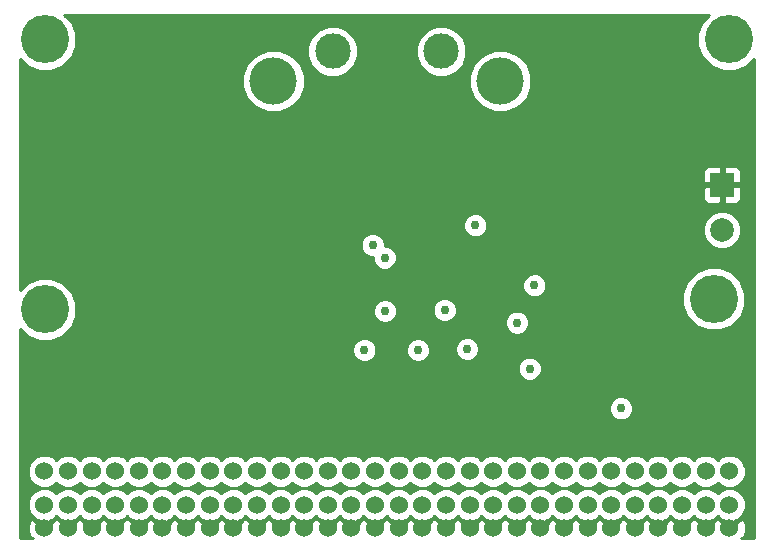
<source format=gbr>
G04 #@! TF.FileFunction,Copper,L2,Inr,Signal*
%FSLAX46Y46*%
G04 Gerber Fmt 4.6, Leading zero omitted, Abs format (unit mm)*
G04 Created by KiCad (PCBNEW (2015-02-18 BZR 5430)-product) date 2015年02月19日 星期四 19时51分06秒*
%MOMM*%
G01*
G04 APERTURE LIST*
%ADD10C,0.150000*%
%ADD11C,1.524000*%
%ADD12C,3.000000*%
%ADD13C,4.000000*%
%ADD14C,4.064000*%
%ADD15R,2.000000X2.000000*%
%ADD16C,2.000000*%
%ADD17C,0.762000*%
%ADD18C,0.254000*%
G04 APERTURE END LIST*
D10*
D11*
X144570000Y-69850000D03*
X142570000Y-69850000D03*
X140570000Y-69850000D03*
X138570000Y-69850000D03*
X136570000Y-69850000D03*
X134570000Y-69850000D03*
X132570000Y-69850000D03*
X130570000Y-69850000D03*
X128570000Y-69850000D03*
X126570000Y-69850000D03*
X124570000Y-69850000D03*
X122570000Y-69850000D03*
X120570000Y-69850000D03*
X118570000Y-69850000D03*
X116570000Y-69850000D03*
X114570000Y-69850000D03*
X112570000Y-69850000D03*
X110570000Y-69850000D03*
X108570000Y-69850000D03*
X106570000Y-69850000D03*
X104570000Y-69850000D03*
X102570000Y-69850000D03*
X100570000Y-69850000D03*
X98570000Y-69850000D03*
X96570000Y-69850000D03*
X94570000Y-69850000D03*
X92570000Y-69850000D03*
X90570000Y-69850000D03*
X88570000Y-69850000D03*
X86570000Y-69850000D03*
D12*
X120170000Y-34290000D03*
D13*
X125170000Y-36790000D03*
X105970000Y-36790000D03*
D12*
X110970000Y-34290000D03*
D14*
X144526000Y-33274000D03*
X86614000Y-33274000D03*
D15*
X143954500Y-45593000D03*
D16*
X143954500Y-49403000D03*
D14*
X86614000Y-56134000D03*
X143256000Y-55245000D03*
D11*
X86570000Y-74660000D03*
X86570000Y-72660000D03*
X88570000Y-74660000D03*
X88570000Y-72660000D03*
X90570000Y-74660000D03*
X90570000Y-72660000D03*
X92570000Y-74660000D03*
X92570000Y-72660000D03*
X94570000Y-74660000D03*
X94570000Y-72660000D03*
X96570000Y-74660000D03*
X96570000Y-72660000D03*
X98570000Y-74660000D03*
X98570000Y-72660000D03*
X100570000Y-74660000D03*
X100570000Y-72660000D03*
X102570000Y-74660000D03*
X102570000Y-72660000D03*
X104570000Y-74660000D03*
X104570000Y-72660000D03*
X106570000Y-74660000D03*
X106570000Y-72660000D03*
X108570000Y-74660000D03*
X108570000Y-72660000D03*
X110570000Y-74660000D03*
X110570000Y-72660000D03*
X112570000Y-74660000D03*
X112570000Y-72660000D03*
X114570000Y-74660000D03*
X114570000Y-72660000D03*
X116570000Y-74660000D03*
X116570000Y-72660000D03*
X118570000Y-74660000D03*
X118570000Y-72660000D03*
X120570000Y-74660000D03*
X120570000Y-72660000D03*
X122570000Y-74660000D03*
X122570000Y-72660000D03*
X124570000Y-74660000D03*
X124570000Y-72660000D03*
X126570000Y-74660000D03*
X126570000Y-72660000D03*
X128570000Y-74660000D03*
X128570000Y-72660000D03*
X130570000Y-74660000D03*
X130570000Y-72660000D03*
X132570000Y-74660000D03*
X132570000Y-72660000D03*
X134570000Y-74660000D03*
X134570000Y-72660000D03*
X136570000Y-74660000D03*
X136570000Y-72660000D03*
X138570000Y-74660000D03*
X138570000Y-72660000D03*
X140570000Y-74660000D03*
X140570000Y-72660000D03*
X142570000Y-74660000D03*
X142570000Y-72660000D03*
X144570000Y-74660000D03*
X144570000Y-72660000D03*
D17*
X128066800Y-54102000D03*
X120459500Y-56197500D03*
X123063000Y-49022000D03*
X115417600Y-56286400D03*
X126593600Y-57251600D03*
X114363500Y-50673000D03*
X115379500Y-51752500D03*
X113665000Y-59563000D03*
X118211600Y-59588400D03*
X122377200Y-59486800D03*
X127660400Y-61137800D03*
X126085600Y-45821600D03*
X127914400Y-46939200D03*
X130454400Y-47040800D03*
X134924800Y-47142400D03*
X137668000Y-44348400D03*
X132994400Y-44297600D03*
X128371600Y-44297600D03*
X125780800Y-43332400D03*
X123596400Y-44500800D03*
X123596400Y-46329600D03*
X110083600Y-48514000D03*
X115011200Y-48412400D03*
X114960400Y-45669200D03*
X110045500Y-44894500D03*
X109067600Y-45872400D03*
X126441200Y-50647600D03*
X127863600Y-50647600D03*
X132740400Y-64668400D03*
X130657600Y-65633600D03*
X137464800Y-60198000D03*
X137515600Y-65684400D03*
X130606800Y-50647600D03*
X124460000Y-59512200D03*
X115633500Y-50482500D03*
X121158000Y-57277000D03*
X125984000Y-47879000D03*
X116332000Y-59309000D03*
X120142000Y-59563000D03*
X111633000Y-53594000D03*
X125095000Y-50927000D03*
X135382000Y-64516000D03*
D18*
G36*
X146635000Y-75515000D02*
X145979144Y-75515000D01*
X145604608Y-75515000D01*
X145550215Y-75460607D01*
X145792397Y-75391143D01*
X145979144Y-74867698D01*
X145967242Y-74629903D01*
X145967242Y-72383339D01*
X145967242Y-69573339D01*
X145923462Y-69467383D01*
X145923462Y-54716828D01*
X145589784Y-53909265D01*
X145589784Y-49079205D01*
X145589500Y-49078517D01*
X145589500Y-46719309D01*
X145589500Y-45878750D01*
X145589500Y-45307250D01*
X145589500Y-44466691D01*
X145492827Y-44233302D01*
X145314199Y-44054673D01*
X145080810Y-43958000D01*
X144828191Y-43958000D01*
X144240250Y-43958000D01*
X144081500Y-44116750D01*
X144081500Y-45466000D01*
X145430750Y-45466000D01*
X145589500Y-45307250D01*
X145589500Y-45878750D01*
X145430750Y-45720000D01*
X144081500Y-45720000D01*
X144081500Y-47069250D01*
X144240250Y-47228000D01*
X144828191Y-47228000D01*
X145080810Y-47228000D01*
X145314199Y-47131327D01*
X145492827Y-46952698D01*
X145589500Y-46719309D01*
X145589500Y-49078517D01*
X145341394Y-48478057D01*
X144881863Y-48017722D01*
X144281148Y-47768284D01*
X143827500Y-47767887D01*
X143827500Y-47069250D01*
X143827500Y-45720000D01*
X143827500Y-45466000D01*
X143827500Y-44116750D01*
X143668750Y-43958000D01*
X143080809Y-43958000D01*
X142828190Y-43958000D01*
X142594801Y-44054673D01*
X142416173Y-44233302D01*
X142319500Y-44466691D01*
X142319500Y-45307250D01*
X142478250Y-45466000D01*
X143827500Y-45466000D01*
X143827500Y-45720000D01*
X142478250Y-45720000D01*
X142319500Y-45878750D01*
X142319500Y-46719309D01*
X142416173Y-46952698D01*
X142594801Y-47131327D01*
X142828190Y-47228000D01*
X143080809Y-47228000D01*
X143668750Y-47228000D01*
X143827500Y-47069250D01*
X143827500Y-47767887D01*
X143630705Y-47767716D01*
X143029557Y-48016106D01*
X142569222Y-48475637D01*
X142319784Y-49076352D01*
X142319216Y-49726795D01*
X142567606Y-50327943D01*
X143027137Y-50788278D01*
X143627852Y-51037716D01*
X144278295Y-51038284D01*
X144879443Y-50789894D01*
X145339778Y-50330363D01*
X145589216Y-49729648D01*
X145589784Y-49079205D01*
X145589784Y-53909265D01*
X145518291Y-53736239D01*
X144768707Y-52985345D01*
X143788827Y-52578464D01*
X142727828Y-52577538D01*
X141747239Y-52982709D01*
X140996345Y-53732293D01*
X140589464Y-54712173D01*
X140588538Y-55773172D01*
X140993709Y-56753761D01*
X141743293Y-57504655D01*
X142723173Y-57911536D01*
X143784172Y-57912462D01*
X144764761Y-57507291D01*
X145515655Y-56757707D01*
X145922536Y-55777827D01*
X145923462Y-54716828D01*
X145923462Y-69467383D01*
X145755010Y-69059697D01*
X145362370Y-68666371D01*
X144849100Y-68453243D01*
X144293339Y-68452758D01*
X143779697Y-68664990D01*
X143569978Y-68874342D01*
X143362370Y-68666371D01*
X142849100Y-68453243D01*
X142293339Y-68452758D01*
X141779697Y-68664990D01*
X141569978Y-68874342D01*
X141362370Y-68666371D01*
X140849100Y-68453243D01*
X140293339Y-68452758D01*
X139779697Y-68664990D01*
X139569978Y-68874342D01*
X139362370Y-68666371D01*
X138849100Y-68453243D01*
X138293339Y-68452758D01*
X137779697Y-68664990D01*
X137569978Y-68874342D01*
X137362370Y-68666371D01*
X136849100Y-68453243D01*
X136398176Y-68452849D01*
X136398176Y-64314792D01*
X136243825Y-63941234D01*
X135958269Y-63655179D01*
X135584982Y-63500176D01*
X135180792Y-63499824D01*
X134807234Y-63654175D01*
X134521179Y-63939731D01*
X134366176Y-64313018D01*
X134365824Y-64717208D01*
X134520175Y-65090766D01*
X134805731Y-65376821D01*
X135179018Y-65531824D01*
X135583208Y-65532176D01*
X135956766Y-65377825D01*
X136242821Y-65092269D01*
X136397824Y-64718982D01*
X136398176Y-64314792D01*
X136398176Y-68452849D01*
X136293339Y-68452758D01*
X135779697Y-68664990D01*
X135569978Y-68874342D01*
X135362370Y-68666371D01*
X134849100Y-68453243D01*
X134293339Y-68452758D01*
X133779697Y-68664990D01*
X133569978Y-68874342D01*
X133362370Y-68666371D01*
X132849100Y-68453243D01*
X132293339Y-68452758D01*
X131779697Y-68664990D01*
X131569978Y-68874342D01*
X131362370Y-68666371D01*
X130849100Y-68453243D01*
X130293339Y-68452758D01*
X129779697Y-68664990D01*
X129569978Y-68874342D01*
X129362370Y-68666371D01*
X129082976Y-68550356D01*
X129082976Y-53900792D01*
X128928625Y-53527234D01*
X128643069Y-53241179D01*
X128269782Y-53086176D01*
X127865592Y-53085824D01*
X127805457Y-53110671D01*
X127805457Y-36268166D01*
X127405147Y-35299342D01*
X126664557Y-34557458D01*
X125696433Y-34155458D01*
X124648166Y-34154543D01*
X123679342Y-34554853D01*
X122937458Y-35295443D01*
X122535458Y-36263567D01*
X122534543Y-37311834D01*
X122934853Y-38280658D01*
X123675443Y-39022542D01*
X124643567Y-39424542D01*
X125691834Y-39425457D01*
X126660658Y-39025147D01*
X127402542Y-38284557D01*
X127804542Y-37316433D01*
X127805457Y-36268166D01*
X127805457Y-53110671D01*
X127492034Y-53240175D01*
X127205979Y-53525731D01*
X127050976Y-53899018D01*
X127050624Y-54303208D01*
X127204975Y-54676766D01*
X127490531Y-54962821D01*
X127863818Y-55117824D01*
X128268008Y-55118176D01*
X128641566Y-54963825D01*
X128927621Y-54678269D01*
X129082624Y-54304982D01*
X129082976Y-53900792D01*
X129082976Y-68550356D01*
X128849100Y-68453243D01*
X128676576Y-68453092D01*
X128676576Y-60936592D01*
X128522225Y-60563034D01*
X128236669Y-60276979D01*
X127863382Y-60121976D01*
X127609776Y-60121755D01*
X127609776Y-57050392D01*
X127455425Y-56676834D01*
X127169869Y-56390779D01*
X126796582Y-56235776D01*
X126392392Y-56235424D01*
X126018834Y-56389775D01*
X125732779Y-56675331D01*
X125577776Y-57048618D01*
X125577424Y-57452808D01*
X125731775Y-57826366D01*
X126017331Y-58112421D01*
X126390618Y-58267424D01*
X126794808Y-58267776D01*
X127168366Y-58113425D01*
X127454421Y-57827869D01*
X127609424Y-57454582D01*
X127609776Y-57050392D01*
X127609776Y-60121755D01*
X127459192Y-60121624D01*
X127085634Y-60275975D01*
X126799579Y-60561531D01*
X126644576Y-60934818D01*
X126644224Y-61339008D01*
X126798575Y-61712566D01*
X127084131Y-61998621D01*
X127457418Y-62153624D01*
X127861608Y-62153976D01*
X128235166Y-61999625D01*
X128521221Y-61714069D01*
X128676224Y-61340782D01*
X128676576Y-60936592D01*
X128676576Y-68453092D01*
X128293339Y-68452758D01*
X127779697Y-68664990D01*
X127569978Y-68874342D01*
X127362370Y-68666371D01*
X126849100Y-68453243D01*
X126293339Y-68452758D01*
X125779697Y-68664990D01*
X125569978Y-68874342D01*
X125362370Y-68666371D01*
X124849100Y-68453243D01*
X124293339Y-68452758D01*
X124079176Y-68541248D01*
X124079176Y-48820792D01*
X123924825Y-48447234D01*
X123639269Y-48161179D01*
X123265982Y-48006176D01*
X122861792Y-48005824D01*
X122488234Y-48160175D01*
X122305370Y-48342720D01*
X122305370Y-33867185D01*
X121981020Y-33082200D01*
X121380959Y-32481091D01*
X120596541Y-32155372D01*
X119747185Y-32154630D01*
X118962200Y-32478980D01*
X118361091Y-33079041D01*
X118035372Y-33863459D01*
X118034630Y-34712815D01*
X118358980Y-35497800D01*
X118959041Y-36098909D01*
X119743459Y-36424628D01*
X120592815Y-36425370D01*
X121377800Y-36101020D01*
X121978909Y-35500959D01*
X122304628Y-34716541D01*
X122305370Y-33867185D01*
X122305370Y-48342720D01*
X122202179Y-48445731D01*
X122047176Y-48819018D01*
X122046824Y-49223208D01*
X122201175Y-49596766D01*
X122486731Y-49882821D01*
X122860018Y-50037824D01*
X123264208Y-50038176D01*
X123637766Y-49883825D01*
X123923821Y-49598269D01*
X124078824Y-49224982D01*
X124079176Y-48820792D01*
X124079176Y-68541248D01*
X123779697Y-68664990D01*
X123569978Y-68874342D01*
X123393376Y-68697431D01*
X123393376Y-59285592D01*
X123239025Y-58912034D01*
X122953469Y-58625979D01*
X122580182Y-58470976D01*
X122175992Y-58470624D01*
X121802434Y-58624975D01*
X121516379Y-58910531D01*
X121475676Y-59008554D01*
X121475676Y-55996292D01*
X121321325Y-55622734D01*
X121035769Y-55336679D01*
X120662482Y-55181676D01*
X120258292Y-55181324D01*
X119884734Y-55335675D01*
X119598679Y-55621231D01*
X119443676Y-55994518D01*
X119443324Y-56398708D01*
X119597675Y-56772266D01*
X119883231Y-57058321D01*
X120256518Y-57213324D01*
X120660708Y-57213676D01*
X121034266Y-57059325D01*
X121320321Y-56773769D01*
X121475324Y-56400482D01*
X121475676Y-55996292D01*
X121475676Y-59008554D01*
X121361376Y-59283818D01*
X121361024Y-59688008D01*
X121515375Y-60061566D01*
X121800931Y-60347621D01*
X122174218Y-60502624D01*
X122578408Y-60502976D01*
X122951966Y-60348625D01*
X123238021Y-60063069D01*
X123393024Y-59689782D01*
X123393376Y-59285592D01*
X123393376Y-68697431D01*
X123362370Y-68666371D01*
X122849100Y-68453243D01*
X122293339Y-68452758D01*
X121779697Y-68664990D01*
X121569978Y-68874342D01*
X121362370Y-68666371D01*
X120849100Y-68453243D01*
X120293339Y-68452758D01*
X119779697Y-68664990D01*
X119569978Y-68874342D01*
X119362370Y-68666371D01*
X119227776Y-68610482D01*
X119227776Y-59387192D01*
X119073425Y-59013634D01*
X118787869Y-58727579D01*
X118414582Y-58572576D01*
X118010392Y-58572224D01*
X117636834Y-58726575D01*
X117350779Y-59012131D01*
X117195776Y-59385418D01*
X117195424Y-59789608D01*
X117349775Y-60163166D01*
X117635331Y-60449221D01*
X118008618Y-60604224D01*
X118412808Y-60604576D01*
X118786366Y-60450225D01*
X119072421Y-60164669D01*
X119227424Y-59791382D01*
X119227776Y-59387192D01*
X119227776Y-68610482D01*
X118849100Y-68453243D01*
X118293339Y-68452758D01*
X117779697Y-68664990D01*
X117569978Y-68874342D01*
X117362370Y-68666371D01*
X116849100Y-68453243D01*
X116433776Y-68452880D01*
X116433776Y-56085192D01*
X116395676Y-55992982D01*
X116395676Y-51551292D01*
X116241325Y-51177734D01*
X115955769Y-50891679D01*
X115582482Y-50736676D01*
X115379445Y-50736499D01*
X115379676Y-50471792D01*
X115225325Y-50098234D01*
X114939769Y-49812179D01*
X114566482Y-49657176D01*
X114162292Y-49656824D01*
X113788734Y-49811175D01*
X113502679Y-50096731D01*
X113347676Y-50470018D01*
X113347324Y-50874208D01*
X113501675Y-51247766D01*
X113787231Y-51533821D01*
X114160518Y-51688824D01*
X114363554Y-51689000D01*
X114363324Y-51953708D01*
X114517675Y-52327266D01*
X114803231Y-52613321D01*
X115176518Y-52768324D01*
X115580708Y-52768676D01*
X115954266Y-52614325D01*
X116240321Y-52328769D01*
X116395324Y-51955482D01*
X116395676Y-51551292D01*
X116395676Y-55992982D01*
X116279425Y-55711634D01*
X115993869Y-55425579D01*
X115620582Y-55270576D01*
X115216392Y-55270224D01*
X114842834Y-55424575D01*
X114556779Y-55710131D01*
X114401776Y-56083418D01*
X114401424Y-56487608D01*
X114555775Y-56861166D01*
X114841331Y-57147221D01*
X115214618Y-57302224D01*
X115618808Y-57302576D01*
X115992366Y-57148225D01*
X116278421Y-56862669D01*
X116433424Y-56489382D01*
X116433776Y-56085192D01*
X116433776Y-68452880D01*
X116293339Y-68452758D01*
X115779697Y-68664990D01*
X115569978Y-68874342D01*
X115362370Y-68666371D01*
X114849100Y-68453243D01*
X114681176Y-68453096D01*
X114681176Y-59361792D01*
X114526825Y-58988234D01*
X114241269Y-58702179D01*
X113867982Y-58547176D01*
X113463792Y-58546824D01*
X113105370Y-58694920D01*
X113105370Y-33867185D01*
X112781020Y-33082200D01*
X112180959Y-32481091D01*
X111396541Y-32155372D01*
X110547185Y-32154630D01*
X109762200Y-32478980D01*
X109161091Y-33079041D01*
X108835372Y-33863459D01*
X108834630Y-34712815D01*
X109158980Y-35497800D01*
X109759041Y-36098909D01*
X110543459Y-36424628D01*
X111392815Y-36425370D01*
X112177800Y-36101020D01*
X112778909Y-35500959D01*
X113104628Y-34716541D01*
X113105370Y-33867185D01*
X113105370Y-58694920D01*
X113090234Y-58701175D01*
X112804179Y-58986731D01*
X112649176Y-59360018D01*
X112648824Y-59764208D01*
X112803175Y-60137766D01*
X113088731Y-60423821D01*
X113462018Y-60578824D01*
X113866208Y-60579176D01*
X114239766Y-60424825D01*
X114525821Y-60139269D01*
X114680824Y-59765982D01*
X114681176Y-59361792D01*
X114681176Y-68453096D01*
X114293339Y-68452758D01*
X113779697Y-68664990D01*
X113569978Y-68874342D01*
X113362370Y-68666371D01*
X112849100Y-68453243D01*
X112293339Y-68452758D01*
X111779697Y-68664990D01*
X111569978Y-68874342D01*
X111362370Y-68666371D01*
X110849100Y-68453243D01*
X110293339Y-68452758D01*
X109779697Y-68664990D01*
X109569978Y-68874342D01*
X109362370Y-68666371D01*
X108849100Y-68453243D01*
X108605457Y-68453030D01*
X108605457Y-36268166D01*
X108205147Y-35299342D01*
X107464557Y-34557458D01*
X106496433Y-34155458D01*
X105448166Y-34154543D01*
X104479342Y-34554853D01*
X103737458Y-35295443D01*
X103335458Y-36263567D01*
X103334543Y-37311834D01*
X103734853Y-38280658D01*
X104475443Y-39022542D01*
X105443567Y-39424542D01*
X106491834Y-39425457D01*
X107460658Y-39025147D01*
X108202542Y-38284557D01*
X108604542Y-37316433D01*
X108605457Y-36268166D01*
X108605457Y-68453030D01*
X108293339Y-68452758D01*
X107779697Y-68664990D01*
X107569978Y-68874342D01*
X107362370Y-68666371D01*
X106849100Y-68453243D01*
X106293339Y-68452758D01*
X105779697Y-68664990D01*
X105569978Y-68874342D01*
X105362370Y-68666371D01*
X104849100Y-68453243D01*
X104293339Y-68452758D01*
X103779697Y-68664990D01*
X103569978Y-68874342D01*
X103362370Y-68666371D01*
X102849100Y-68453243D01*
X102293339Y-68452758D01*
X101779697Y-68664990D01*
X101569978Y-68874342D01*
X101362370Y-68666371D01*
X100849100Y-68453243D01*
X100293339Y-68452758D01*
X99779697Y-68664990D01*
X99569978Y-68874342D01*
X99362370Y-68666371D01*
X98849100Y-68453243D01*
X98293339Y-68452758D01*
X97779697Y-68664990D01*
X97569978Y-68874342D01*
X97362370Y-68666371D01*
X96849100Y-68453243D01*
X96293339Y-68452758D01*
X95779697Y-68664990D01*
X95569978Y-68874342D01*
X95362370Y-68666371D01*
X94849100Y-68453243D01*
X94293339Y-68452758D01*
X93779697Y-68664990D01*
X93569978Y-68874342D01*
X93362370Y-68666371D01*
X92849100Y-68453243D01*
X92293339Y-68452758D01*
X91779697Y-68664990D01*
X91569978Y-68874342D01*
X91362370Y-68666371D01*
X90849100Y-68453243D01*
X90293339Y-68452758D01*
X89779697Y-68664990D01*
X89569978Y-68874342D01*
X89362370Y-68666371D01*
X88849100Y-68453243D01*
X88293339Y-68452758D01*
X87779697Y-68664990D01*
X87569978Y-68874342D01*
X87362370Y-68666371D01*
X86849100Y-68453243D01*
X86293339Y-68452758D01*
X85779697Y-68664990D01*
X85386371Y-69057630D01*
X85173243Y-69570900D01*
X85172758Y-70126661D01*
X85384990Y-70640303D01*
X85777630Y-71033629D01*
X86290900Y-71246757D01*
X86846661Y-71247242D01*
X87360303Y-71035010D01*
X87570021Y-70825657D01*
X87777630Y-71033629D01*
X88290900Y-71246757D01*
X88846661Y-71247242D01*
X89360303Y-71035010D01*
X89570021Y-70825657D01*
X89777630Y-71033629D01*
X90290900Y-71246757D01*
X90846661Y-71247242D01*
X91360303Y-71035010D01*
X91570021Y-70825657D01*
X91777630Y-71033629D01*
X92290900Y-71246757D01*
X92846661Y-71247242D01*
X93360303Y-71035010D01*
X93570021Y-70825657D01*
X93777630Y-71033629D01*
X94290900Y-71246757D01*
X94846661Y-71247242D01*
X95360303Y-71035010D01*
X95570021Y-70825657D01*
X95777630Y-71033629D01*
X96290900Y-71246757D01*
X96846661Y-71247242D01*
X97360303Y-71035010D01*
X97570021Y-70825657D01*
X97777630Y-71033629D01*
X98290900Y-71246757D01*
X98846661Y-71247242D01*
X99360303Y-71035010D01*
X99570021Y-70825657D01*
X99777630Y-71033629D01*
X100290900Y-71246757D01*
X100846661Y-71247242D01*
X101360303Y-71035010D01*
X101570021Y-70825657D01*
X101777630Y-71033629D01*
X102290900Y-71246757D01*
X102846661Y-71247242D01*
X103360303Y-71035010D01*
X103570021Y-70825657D01*
X103777630Y-71033629D01*
X104290900Y-71246757D01*
X104846661Y-71247242D01*
X105360303Y-71035010D01*
X105570021Y-70825657D01*
X105777630Y-71033629D01*
X106290900Y-71246757D01*
X106846661Y-71247242D01*
X107360303Y-71035010D01*
X107570021Y-70825657D01*
X107777630Y-71033629D01*
X108290900Y-71246757D01*
X108846661Y-71247242D01*
X109360303Y-71035010D01*
X109570021Y-70825657D01*
X109777630Y-71033629D01*
X110290900Y-71246757D01*
X110846661Y-71247242D01*
X111360303Y-71035010D01*
X111570021Y-70825657D01*
X111777630Y-71033629D01*
X112290900Y-71246757D01*
X112846661Y-71247242D01*
X113360303Y-71035010D01*
X113570021Y-70825657D01*
X113777630Y-71033629D01*
X114290900Y-71246757D01*
X114846661Y-71247242D01*
X115360303Y-71035010D01*
X115570021Y-70825657D01*
X115777630Y-71033629D01*
X116290900Y-71246757D01*
X116846661Y-71247242D01*
X117360303Y-71035010D01*
X117570021Y-70825657D01*
X117777630Y-71033629D01*
X118290900Y-71246757D01*
X118846661Y-71247242D01*
X119360303Y-71035010D01*
X119570021Y-70825657D01*
X119777630Y-71033629D01*
X120290900Y-71246757D01*
X120846661Y-71247242D01*
X121360303Y-71035010D01*
X121570021Y-70825657D01*
X121777630Y-71033629D01*
X122290900Y-71246757D01*
X122846661Y-71247242D01*
X123360303Y-71035010D01*
X123570021Y-70825657D01*
X123777630Y-71033629D01*
X124290900Y-71246757D01*
X124846661Y-71247242D01*
X125360303Y-71035010D01*
X125570021Y-70825657D01*
X125777630Y-71033629D01*
X126290900Y-71246757D01*
X126846661Y-71247242D01*
X127360303Y-71035010D01*
X127570021Y-70825657D01*
X127777630Y-71033629D01*
X128290900Y-71246757D01*
X128846661Y-71247242D01*
X129360303Y-71035010D01*
X129570021Y-70825657D01*
X129777630Y-71033629D01*
X130290900Y-71246757D01*
X130846661Y-71247242D01*
X131360303Y-71035010D01*
X131570021Y-70825657D01*
X131777630Y-71033629D01*
X132290900Y-71246757D01*
X132846661Y-71247242D01*
X133360303Y-71035010D01*
X133570021Y-70825657D01*
X133777630Y-71033629D01*
X134290900Y-71246757D01*
X134846661Y-71247242D01*
X135360303Y-71035010D01*
X135570021Y-70825657D01*
X135777630Y-71033629D01*
X136290900Y-71246757D01*
X136846661Y-71247242D01*
X137360303Y-71035010D01*
X137570021Y-70825657D01*
X137777630Y-71033629D01*
X138290900Y-71246757D01*
X138846661Y-71247242D01*
X139360303Y-71035010D01*
X139570021Y-70825657D01*
X139777630Y-71033629D01*
X140290900Y-71246757D01*
X140846661Y-71247242D01*
X141360303Y-71035010D01*
X141570021Y-70825657D01*
X141777630Y-71033629D01*
X142290900Y-71246757D01*
X142846661Y-71247242D01*
X143360303Y-71035010D01*
X143570021Y-70825657D01*
X143777630Y-71033629D01*
X144290900Y-71246757D01*
X144846661Y-71247242D01*
X145360303Y-71035010D01*
X145753629Y-70642370D01*
X145966757Y-70129100D01*
X145967242Y-69573339D01*
X145967242Y-72383339D01*
X145755010Y-71869697D01*
X145362370Y-71476371D01*
X144849100Y-71263243D01*
X144293339Y-71262758D01*
X143779697Y-71474990D01*
X143569978Y-71684342D01*
X143362370Y-71476371D01*
X142849100Y-71263243D01*
X142293339Y-71262758D01*
X141779697Y-71474990D01*
X141569978Y-71684342D01*
X141362370Y-71476371D01*
X140849100Y-71263243D01*
X140293339Y-71262758D01*
X139779697Y-71474990D01*
X139569978Y-71684342D01*
X139362370Y-71476371D01*
X138849100Y-71263243D01*
X138293339Y-71262758D01*
X137779697Y-71474990D01*
X137569978Y-71684342D01*
X137362370Y-71476371D01*
X136849100Y-71263243D01*
X136293339Y-71262758D01*
X135779697Y-71474990D01*
X135569978Y-71684342D01*
X135362370Y-71476371D01*
X134849100Y-71263243D01*
X134293339Y-71262758D01*
X133779697Y-71474990D01*
X133569978Y-71684342D01*
X133362370Y-71476371D01*
X132849100Y-71263243D01*
X132293339Y-71262758D01*
X131779697Y-71474990D01*
X131569978Y-71684342D01*
X131362370Y-71476371D01*
X130849100Y-71263243D01*
X130293339Y-71262758D01*
X129779697Y-71474990D01*
X129569978Y-71684342D01*
X129362370Y-71476371D01*
X128849100Y-71263243D01*
X128293339Y-71262758D01*
X127779697Y-71474990D01*
X127569978Y-71684342D01*
X127362370Y-71476371D01*
X126849100Y-71263243D01*
X126293339Y-71262758D01*
X125779697Y-71474990D01*
X125569978Y-71684342D01*
X125362370Y-71476371D01*
X124849100Y-71263243D01*
X124293339Y-71262758D01*
X123779697Y-71474990D01*
X123569978Y-71684342D01*
X123362370Y-71476371D01*
X122849100Y-71263243D01*
X122293339Y-71262758D01*
X121779697Y-71474990D01*
X121569978Y-71684342D01*
X121362370Y-71476371D01*
X120849100Y-71263243D01*
X120293339Y-71262758D01*
X119779697Y-71474990D01*
X119569978Y-71684342D01*
X119362370Y-71476371D01*
X118849100Y-71263243D01*
X118293339Y-71262758D01*
X117779697Y-71474990D01*
X117569978Y-71684342D01*
X117362370Y-71476371D01*
X116849100Y-71263243D01*
X116293339Y-71262758D01*
X115779697Y-71474990D01*
X115569978Y-71684342D01*
X115362370Y-71476371D01*
X114849100Y-71263243D01*
X114293339Y-71262758D01*
X113779697Y-71474990D01*
X113569978Y-71684342D01*
X113362370Y-71476371D01*
X112849100Y-71263243D01*
X112293339Y-71262758D01*
X111779697Y-71474990D01*
X111569978Y-71684342D01*
X111362370Y-71476371D01*
X110849100Y-71263243D01*
X110293339Y-71262758D01*
X109779697Y-71474990D01*
X109569978Y-71684342D01*
X109362370Y-71476371D01*
X108849100Y-71263243D01*
X108293339Y-71262758D01*
X107779697Y-71474990D01*
X107569978Y-71684342D01*
X107362370Y-71476371D01*
X106849100Y-71263243D01*
X106293339Y-71262758D01*
X105779697Y-71474990D01*
X105569978Y-71684342D01*
X105362370Y-71476371D01*
X104849100Y-71263243D01*
X104293339Y-71262758D01*
X103779697Y-71474990D01*
X103569978Y-71684342D01*
X103362370Y-71476371D01*
X102849100Y-71263243D01*
X102293339Y-71262758D01*
X101779697Y-71474990D01*
X101569978Y-71684342D01*
X101362370Y-71476371D01*
X100849100Y-71263243D01*
X100293339Y-71262758D01*
X99779697Y-71474990D01*
X99569978Y-71684342D01*
X99362370Y-71476371D01*
X98849100Y-71263243D01*
X98293339Y-71262758D01*
X97779697Y-71474990D01*
X97569978Y-71684342D01*
X97362370Y-71476371D01*
X96849100Y-71263243D01*
X96293339Y-71262758D01*
X95779697Y-71474990D01*
X95569978Y-71684342D01*
X95362370Y-71476371D01*
X94849100Y-71263243D01*
X94293339Y-71262758D01*
X93779697Y-71474990D01*
X93569978Y-71684342D01*
X93362370Y-71476371D01*
X92849100Y-71263243D01*
X92293339Y-71262758D01*
X91779697Y-71474990D01*
X91569978Y-71684342D01*
X91362370Y-71476371D01*
X90849100Y-71263243D01*
X90293339Y-71262758D01*
X89779697Y-71474990D01*
X89569978Y-71684342D01*
X89362370Y-71476371D01*
X88849100Y-71263243D01*
X88293339Y-71262758D01*
X87779697Y-71474990D01*
X87569978Y-71684342D01*
X87362370Y-71476371D01*
X86849100Y-71263243D01*
X86293339Y-71262758D01*
X85779697Y-71474990D01*
X85386371Y-71867630D01*
X85173243Y-72380900D01*
X85172758Y-72936661D01*
X85384990Y-73450303D01*
X85777630Y-73843629D01*
X86043726Y-73954121D01*
X86570000Y-74480395D01*
X87096302Y-73954092D01*
X87360303Y-73845010D01*
X87570021Y-73635657D01*
X87777630Y-73843629D01*
X88043726Y-73954121D01*
X88570000Y-74480395D01*
X89096302Y-73954092D01*
X89360303Y-73845010D01*
X89570021Y-73635657D01*
X89777630Y-73843629D01*
X90043726Y-73954121D01*
X90570000Y-74480395D01*
X91096302Y-73954092D01*
X91360303Y-73845010D01*
X91570021Y-73635657D01*
X91777630Y-73843629D01*
X92043726Y-73954121D01*
X92570000Y-74480395D01*
X93096302Y-73954092D01*
X93360303Y-73845010D01*
X93570021Y-73635657D01*
X93777630Y-73843629D01*
X94043726Y-73954121D01*
X94570000Y-74480395D01*
X95096302Y-73954092D01*
X95360303Y-73845010D01*
X95570021Y-73635657D01*
X95777630Y-73843629D01*
X96043726Y-73954121D01*
X96570000Y-74480395D01*
X97096302Y-73954092D01*
X97360303Y-73845010D01*
X97570021Y-73635657D01*
X97777630Y-73843629D01*
X98043726Y-73954121D01*
X98570000Y-74480395D01*
X99096302Y-73954092D01*
X99360303Y-73845010D01*
X99570021Y-73635657D01*
X99777630Y-73843629D01*
X100043726Y-73954121D01*
X100570000Y-74480395D01*
X101096302Y-73954092D01*
X101360303Y-73845010D01*
X101570021Y-73635657D01*
X101777630Y-73843629D01*
X102043726Y-73954121D01*
X102570000Y-74480395D01*
X103096302Y-73954092D01*
X103360303Y-73845010D01*
X103570021Y-73635657D01*
X103777630Y-73843629D01*
X104043726Y-73954121D01*
X104570000Y-74480395D01*
X105096302Y-73954092D01*
X105360303Y-73845010D01*
X105570021Y-73635657D01*
X105777630Y-73843629D01*
X106043726Y-73954121D01*
X106570000Y-74480395D01*
X107096302Y-73954092D01*
X107360303Y-73845010D01*
X107570021Y-73635657D01*
X107777630Y-73843629D01*
X108043726Y-73954121D01*
X108570000Y-74480395D01*
X109096302Y-73954092D01*
X109360303Y-73845010D01*
X109570021Y-73635657D01*
X109777630Y-73843629D01*
X110043726Y-73954121D01*
X110570000Y-74480395D01*
X111096302Y-73954092D01*
X111360303Y-73845010D01*
X111570021Y-73635657D01*
X111777630Y-73843629D01*
X112043726Y-73954121D01*
X112570000Y-74480395D01*
X113096302Y-73954092D01*
X113360303Y-73845010D01*
X113570021Y-73635657D01*
X113777630Y-73843629D01*
X114043726Y-73954121D01*
X114570000Y-74480395D01*
X115096302Y-73954092D01*
X115360303Y-73845010D01*
X115570021Y-73635657D01*
X115777630Y-73843629D01*
X116043726Y-73954121D01*
X116570000Y-74480395D01*
X117096302Y-73954092D01*
X117360303Y-73845010D01*
X117570021Y-73635657D01*
X117777630Y-73843629D01*
X118043726Y-73954121D01*
X118570000Y-74480395D01*
X119096302Y-73954092D01*
X119360303Y-73845010D01*
X119570021Y-73635657D01*
X119777630Y-73843629D01*
X120043726Y-73954121D01*
X120570000Y-74480395D01*
X121096302Y-73954092D01*
X121360303Y-73845010D01*
X121570021Y-73635657D01*
X121777630Y-73843629D01*
X122043726Y-73954121D01*
X122570000Y-74480395D01*
X123096302Y-73954092D01*
X123360303Y-73845010D01*
X123570021Y-73635657D01*
X123777630Y-73843629D01*
X124043726Y-73954121D01*
X124570000Y-74480395D01*
X125096302Y-73954092D01*
X125360303Y-73845010D01*
X125570021Y-73635657D01*
X125777630Y-73843629D01*
X126043726Y-73954121D01*
X126570000Y-74480395D01*
X127096302Y-73954092D01*
X127360303Y-73845010D01*
X127570021Y-73635657D01*
X127777630Y-73843629D01*
X128043726Y-73954121D01*
X128570000Y-74480395D01*
X129096302Y-73954092D01*
X129360303Y-73845010D01*
X129570021Y-73635657D01*
X129777630Y-73843629D01*
X130043726Y-73954121D01*
X130570000Y-74480395D01*
X131096302Y-73954092D01*
X131360303Y-73845010D01*
X131570021Y-73635657D01*
X131777630Y-73843629D01*
X132043726Y-73954121D01*
X132570000Y-74480395D01*
X133096302Y-73954092D01*
X133360303Y-73845010D01*
X133570021Y-73635657D01*
X133777630Y-73843629D01*
X134043726Y-73954121D01*
X134570000Y-74480395D01*
X135096302Y-73954092D01*
X135360303Y-73845010D01*
X135570021Y-73635657D01*
X135777630Y-73843629D01*
X136043726Y-73954121D01*
X136570000Y-74480395D01*
X137096302Y-73954092D01*
X137360303Y-73845010D01*
X137570021Y-73635657D01*
X137777630Y-73843629D01*
X138043726Y-73954121D01*
X138570000Y-74480395D01*
X139096302Y-73954092D01*
X139360303Y-73845010D01*
X139570021Y-73635657D01*
X139777630Y-73843629D01*
X140043726Y-73954121D01*
X140570000Y-74480395D01*
X141096302Y-73954092D01*
X141360303Y-73845010D01*
X141570021Y-73635657D01*
X141777630Y-73843629D01*
X142043726Y-73954121D01*
X142570000Y-74480395D01*
X143096302Y-73954092D01*
X143360303Y-73845010D01*
X143570021Y-73635657D01*
X143777630Y-73843629D01*
X144043726Y-73954121D01*
X144570000Y-74480395D01*
X145096302Y-73954092D01*
X145360303Y-73845010D01*
X145753629Y-73452370D01*
X145966757Y-72939100D01*
X145967242Y-72383339D01*
X145967242Y-74629903D01*
X145951362Y-74312632D01*
X145792397Y-73928857D01*
X145550213Y-73859392D01*
X144749605Y-74660000D01*
X144763747Y-74674142D01*
X144584142Y-74853747D01*
X144570000Y-74839605D01*
X144555857Y-74853747D01*
X144390395Y-74688285D01*
X144376252Y-74674142D01*
X144390395Y-74660000D01*
X143886544Y-74156149D01*
X143792397Y-73928857D01*
X143605703Y-73875308D01*
X143589787Y-73859392D01*
X143570000Y-73865067D01*
X143550213Y-73859392D01*
X143534296Y-73875308D01*
X143347603Y-73928857D01*
X143273755Y-74135849D01*
X142749605Y-74660000D01*
X142763747Y-74674142D01*
X142584142Y-74853747D01*
X142570000Y-74839605D01*
X142555857Y-74853747D01*
X142390395Y-74688285D01*
X142376252Y-74674142D01*
X142390395Y-74660000D01*
X141886544Y-74156149D01*
X141792397Y-73928857D01*
X141605703Y-73875308D01*
X141589787Y-73859392D01*
X141570000Y-73865067D01*
X141550213Y-73859392D01*
X141534296Y-73875308D01*
X141347603Y-73928857D01*
X141273755Y-74135849D01*
X140749605Y-74660000D01*
X140763747Y-74674142D01*
X140584142Y-74853747D01*
X140570000Y-74839605D01*
X140555857Y-74853747D01*
X140390395Y-74688285D01*
X140376252Y-74674142D01*
X140390395Y-74660000D01*
X139886544Y-74156149D01*
X139792397Y-73928857D01*
X139605703Y-73875308D01*
X139589787Y-73859392D01*
X139570000Y-73865067D01*
X139550213Y-73859392D01*
X139534296Y-73875308D01*
X139347603Y-73928857D01*
X139273755Y-74135849D01*
X138749605Y-74660000D01*
X138763747Y-74674142D01*
X138584142Y-74853747D01*
X138570000Y-74839605D01*
X138555857Y-74853747D01*
X138390395Y-74688285D01*
X138376252Y-74674142D01*
X138390395Y-74660000D01*
X137886544Y-74156149D01*
X137792397Y-73928857D01*
X137605703Y-73875308D01*
X137589787Y-73859392D01*
X137570000Y-73865067D01*
X137550213Y-73859392D01*
X137534296Y-73875308D01*
X137347603Y-73928857D01*
X137273755Y-74135849D01*
X136749605Y-74660000D01*
X136763747Y-74674142D01*
X136584142Y-74853747D01*
X136570000Y-74839605D01*
X136555857Y-74853747D01*
X136390395Y-74688285D01*
X136376252Y-74674142D01*
X136390395Y-74660000D01*
X135886544Y-74156149D01*
X135792397Y-73928857D01*
X135605703Y-73875308D01*
X135589787Y-73859392D01*
X135570000Y-73865067D01*
X135550213Y-73859392D01*
X135534296Y-73875308D01*
X135347603Y-73928857D01*
X135273755Y-74135849D01*
X134749605Y-74660000D01*
X134763747Y-74674142D01*
X134584142Y-74853747D01*
X134570000Y-74839605D01*
X134555857Y-74853747D01*
X134390395Y-74688285D01*
X134376252Y-74674142D01*
X134390395Y-74660000D01*
X133886544Y-74156149D01*
X133792397Y-73928857D01*
X133605703Y-73875308D01*
X133589787Y-73859392D01*
X133570000Y-73865067D01*
X133550213Y-73859392D01*
X133534296Y-73875308D01*
X133347603Y-73928857D01*
X133273755Y-74135849D01*
X132749605Y-74660000D01*
X132763747Y-74674142D01*
X132584142Y-74853747D01*
X132570000Y-74839605D01*
X132555857Y-74853747D01*
X132390395Y-74688285D01*
X132376252Y-74674142D01*
X132390395Y-74660000D01*
X131886544Y-74156149D01*
X131792397Y-73928857D01*
X131605703Y-73875308D01*
X131589787Y-73859392D01*
X131570000Y-73865067D01*
X131550213Y-73859392D01*
X131534296Y-73875308D01*
X131347603Y-73928857D01*
X131273755Y-74135849D01*
X130749605Y-74660000D01*
X130763747Y-74674142D01*
X130584142Y-74853747D01*
X130570000Y-74839605D01*
X130555857Y-74853747D01*
X130390395Y-74688285D01*
X130376252Y-74674142D01*
X130390395Y-74660000D01*
X129886544Y-74156149D01*
X129792397Y-73928857D01*
X129605703Y-73875308D01*
X129589787Y-73859392D01*
X129570000Y-73865067D01*
X129550213Y-73859392D01*
X129534296Y-73875308D01*
X129347603Y-73928857D01*
X129273755Y-74135849D01*
X128749605Y-74660000D01*
X128763747Y-74674142D01*
X128584142Y-74853747D01*
X128570000Y-74839605D01*
X128555857Y-74853747D01*
X128390395Y-74688285D01*
X128376252Y-74674142D01*
X128390395Y-74660000D01*
X127886544Y-74156149D01*
X127792397Y-73928857D01*
X127605703Y-73875308D01*
X127589787Y-73859392D01*
X127570000Y-73865067D01*
X127550213Y-73859392D01*
X127534296Y-73875308D01*
X127347603Y-73928857D01*
X127273755Y-74135849D01*
X126749605Y-74660000D01*
X126763747Y-74674142D01*
X126584142Y-74853747D01*
X126570000Y-74839605D01*
X126555857Y-74853747D01*
X126390395Y-74688285D01*
X126376252Y-74674142D01*
X126390395Y-74660000D01*
X125886544Y-74156149D01*
X125792397Y-73928857D01*
X125605703Y-73875308D01*
X125589787Y-73859392D01*
X125570000Y-73865067D01*
X125550213Y-73859392D01*
X125534296Y-73875308D01*
X125347603Y-73928857D01*
X125273755Y-74135849D01*
X124749605Y-74660000D01*
X124763747Y-74674142D01*
X124584142Y-74853747D01*
X124570000Y-74839605D01*
X124555857Y-74853747D01*
X124390395Y-74688285D01*
X124376252Y-74674142D01*
X124390395Y-74660000D01*
X123886544Y-74156149D01*
X123792397Y-73928857D01*
X123605703Y-73875308D01*
X123589787Y-73859392D01*
X123570000Y-73865067D01*
X123550213Y-73859392D01*
X123534296Y-73875308D01*
X123347603Y-73928857D01*
X123273755Y-74135849D01*
X122749605Y-74660000D01*
X122763747Y-74674142D01*
X122584142Y-74853747D01*
X122570000Y-74839605D01*
X122555857Y-74853747D01*
X122390395Y-74688285D01*
X122376252Y-74674142D01*
X122390395Y-74660000D01*
X121886544Y-74156149D01*
X121792397Y-73928857D01*
X121605703Y-73875308D01*
X121589787Y-73859392D01*
X121570000Y-73865067D01*
X121550213Y-73859392D01*
X121534296Y-73875308D01*
X121347603Y-73928857D01*
X121273755Y-74135849D01*
X120749605Y-74660000D01*
X120763747Y-74674142D01*
X120584142Y-74853747D01*
X120570000Y-74839605D01*
X120555857Y-74853747D01*
X120390395Y-74688285D01*
X120376252Y-74674142D01*
X120390395Y-74660000D01*
X119886544Y-74156149D01*
X119792397Y-73928857D01*
X119605703Y-73875308D01*
X119589787Y-73859392D01*
X119570000Y-73865067D01*
X119550213Y-73859392D01*
X119534296Y-73875308D01*
X119347603Y-73928857D01*
X119273755Y-74135849D01*
X118749605Y-74660000D01*
X118763747Y-74674142D01*
X118584142Y-74853747D01*
X118570000Y-74839605D01*
X118555857Y-74853747D01*
X118390395Y-74688285D01*
X118376252Y-74674142D01*
X118390395Y-74660000D01*
X117886544Y-74156149D01*
X117792397Y-73928857D01*
X117605703Y-73875308D01*
X117589787Y-73859392D01*
X117570000Y-73865067D01*
X117550213Y-73859392D01*
X117534296Y-73875308D01*
X117347603Y-73928857D01*
X117273755Y-74135849D01*
X116749605Y-74660000D01*
X116763747Y-74674142D01*
X116584142Y-74853747D01*
X116570000Y-74839605D01*
X116555857Y-74853747D01*
X116390395Y-74688285D01*
X116376252Y-74674142D01*
X116390395Y-74660000D01*
X115886544Y-74156149D01*
X115792397Y-73928857D01*
X115605703Y-73875308D01*
X115589787Y-73859392D01*
X115570000Y-73865067D01*
X115550213Y-73859392D01*
X115534296Y-73875308D01*
X115347603Y-73928857D01*
X115273755Y-74135849D01*
X114749605Y-74660000D01*
X114763747Y-74674142D01*
X114584142Y-74853747D01*
X114570000Y-74839605D01*
X114555857Y-74853747D01*
X114390395Y-74688285D01*
X114376252Y-74674142D01*
X114390395Y-74660000D01*
X113886544Y-74156149D01*
X113792397Y-73928857D01*
X113605703Y-73875308D01*
X113589787Y-73859392D01*
X113570000Y-73865067D01*
X113550213Y-73859392D01*
X113534296Y-73875308D01*
X113347603Y-73928857D01*
X113273755Y-74135849D01*
X112749605Y-74660000D01*
X112763747Y-74674142D01*
X112584142Y-74853747D01*
X112570000Y-74839605D01*
X112555857Y-74853747D01*
X112390395Y-74688285D01*
X112376252Y-74674142D01*
X112390395Y-74660000D01*
X111886544Y-74156149D01*
X111792397Y-73928857D01*
X111605703Y-73875308D01*
X111589787Y-73859392D01*
X111570000Y-73865067D01*
X111550213Y-73859392D01*
X111534296Y-73875308D01*
X111347603Y-73928857D01*
X111273755Y-74135849D01*
X110749605Y-74660000D01*
X110763747Y-74674142D01*
X110584142Y-74853747D01*
X110570000Y-74839605D01*
X110555857Y-74853747D01*
X110390395Y-74688285D01*
X110376252Y-74674142D01*
X110390395Y-74660000D01*
X109886544Y-74156149D01*
X109792397Y-73928857D01*
X109605703Y-73875308D01*
X109589787Y-73859392D01*
X109570000Y-73865067D01*
X109550213Y-73859392D01*
X109534296Y-73875308D01*
X109347603Y-73928857D01*
X109273755Y-74135849D01*
X108749605Y-74660000D01*
X108763747Y-74674142D01*
X108584142Y-74853747D01*
X108570000Y-74839605D01*
X108555857Y-74853747D01*
X108390395Y-74688285D01*
X108376252Y-74674142D01*
X108390395Y-74660000D01*
X107886544Y-74156149D01*
X107792397Y-73928857D01*
X107605703Y-73875308D01*
X107589787Y-73859392D01*
X107570000Y-73865067D01*
X107550213Y-73859392D01*
X107534296Y-73875308D01*
X107347603Y-73928857D01*
X107273755Y-74135849D01*
X106749605Y-74660000D01*
X106763747Y-74674142D01*
X106584142Y-74853747D01*
X106570000Y-74839605D01*
X106555857Y-74853747D01*
X106390395Y-74688285D01*
X106376252Y-74674142D01*
X106390395Y-74660000D01*
X105886544Y-74156149D01*
X105792397Y-73928857D01*
X105605703Y-73875308D01*
X105589787Y-73859392D01*
X105570000Y-73865067D01*
X105550213Y-73859392D01*
X105534296Y-73875308D01*
X105347603Y-73928857D01*
X105273755Y-74135849D01*
X104749605Y-74660000D01*
X104763747Y-74674142D01*
X104584142Y-74853747D01*
X104570000Y-74839605D01*
X104555857Y-74853747D01*
X104390395Y-74688285D01*
X104376252Y-74674142D01*
X104390395Y-74660000D01*
X103886544Y-74156149D01*
X103792397Y-73928857D01*
X103605703Y-73875308D01*
X103589787Y-73859392D01*
X103570000Y-73865067D01*
X103550213Y-73859392D01*
X103534296Y-73875308D01*
X103347603Y-73928857D01*
X103273755Y-74135849D01*
X102749605Y-74660000D01*
X102763747Y-74674142D01*
X102584142Y-74853747D01*
X102570000Y-74839605D01*
X102555857Y-74853747D01*
X102390395Y-74688285D01*
X102376252Y-74674142D01*
X102390395Y-74660000D01*
X101886544Y-74156149D01*
X101792397Y-73928857D01*
X101605703Y-73875308D01*
X101589787Y-73859392D01*
X101570000Y-73865067D01*
X101550213Y-73859392D01*
X101534296Y-73875308D01*
X101347603Y-73928857D01*
X101273755Y-74135849D01*
X100749605Y-74660000D01*
X100763747Y-74674142D01*
X100584142Y-74853747D01*
X100570000Y-74839605D01*
X100555857Y-74853747D01*
X100390395Y-74688285D01*
X100376252Y-74674142D01*
X100390395Y-74660000D01*
X99886544Y-74156149D01*
X99792397Y-73928857D01*
X99605703Y-73875308D01*
X99589787Y-73859392D01*
X99570000Y-73865067D01*
X99550213Y-73859392D01*
X99534296Y-73875308D01*
X99347603Y-73928857D01*
X99273755Y-74135849D01*
X98749605Y-74660000D01*
X98763747Y-74674142D01*
X98584142Y-74853747D01*
X98570000Y-74839605D01*
X98555857Y-74853747D01*
X98390395Y-74688285D01*
X98376252Y-74674142D01*
X98390395Y-74660000D01*
X97886544Y-74156149D01*
X97792397Y-73928857D01*
X97605703Y-73875308D01*
X97589787Y-73859392D01*
X97570000Y-73865067D01*
X97550213Y-73859392D01*
X97534296Y-73875308D01*
X97347603Y-73928857D01*
X97273755Y-74135849D01*
X96749605Y-74660000D01*
X96763747Y-74674142D01*
X96584142Y-74853747D01*
X96570000Y-74839605D01*
X96555857Y-74853747D01*
X96390395Y-74688285D01*
X96376252Y-74674142D01*
X96390395Y-74660000D01*
X95886544Y-74156149D01*
X95792397Y-73928857D01*
X95605703Y-73875308D01*
X95589787Y-73859392D01*
X95570000Y-73865067D01*
X95550213Y-73859392D01*
X95534296Y-73875308D01*
X95347603Y-73928857D01*
X95273755Y-74135849D01*
X94749605Y-74660000D01*
X94763747Y-74674142D01*
X94584142Y-74853747D01*
X94570000Y-74839605D01*
X94555857Y-74853747D01*
X94390395Y-74688285D01*
X94376252Y-74674142D01*
X94390395Y-74660000D01*
X93886544Y-74156149D01*
X93792397Y-73928857D01*
X93605703Y-73875308D01*
X93589787Y-73859392D01*
X93570000Y-73865067D01*
X93550213Y-73859392D01*
X93534296Y-73875308D01*
X93347603Y-73928857D01*
X93273755Y-74135849D01*
X92749605Y-74660000D01*
X92763747Y-74674142D01*
X92584142Y-74853747D01*
X92570000Y-74839605D01*
X92555857Y-74853747D01*
X92390395Y-74688285D01*
X92376252Y-74674142D01*
X92390395Y-74660000D01*
X91886544Y-74156149D01*
X91792397Y-73928857D01*
X91605703Y-73875308D01*
X91589787Y-73859392D01*
X91570000Y-73865067D01*
X91550213Y-73859392D01*
X91534296Y-73875308D01*
X91347603Y-73928857D01*
X91273755Y-74135849D01*
X90749605Y-74660000D01*
X90763747Y-74674142D01*
X90584142Y-74853747D01*
X90570000Y-74839605D01*
X90555857Y-74853747D01*
X90390395Y-74688285D01*
X90376252Y-74674142D01*
X90390395Y-74660000D01*
X89886544Y-74156149D01*
X89792397Y-73928857D01*
X89605703Y-73875308D01*
X89589787Y-73859392D01*
X89570000Y-73865067D01*
X89550213Y-73859392D01*
X89534296Y-73875308D01*
X89347603Y-73928857D01*
X89273755Y-74135849D01*
X88749605Y-74660000D01*
X88763747Y-74674142D01*
X88584142Y-74853747D01*
X88570000Y-74839605D01*
X88555857Y-74853747D01*
X88390395Y-74688285D01*
X88376252Y-74674142D01*
X88390395Y-74660000D01*
X87886544Y-74156149D01*
X87792397Y-73928857D01*
X87605703Y-73875308D01*
X87589787Y-73859392D01*
X87570000Y-73865067D01*
X87550213Y-73859392D01*
X87534296Y-73875308D01*
X87347603Y-73928857D01*
X87273755Y-74135849D01*
X86749605Y-74660000D01*
X86763747Y-74674142D01*
X86584142Y-74853747D01*
X86570000Y-74839605D01*
X86555857Y-74853747D01*
X86390395Y-74688285D01*
X86376252Y-74674142D01*
X86390395Y-74660000D01*
X85589787Y-73859392D01*
X85347603Y-73928857D01*
X85160856Y-74452302D01*
X85188638Y-75007368D01*
X85347603Y-75391143D01*
X85589784Y-75460607D01*
X85535392Y-75515000D01*
X84505000Y-75515000D01*
X84505000Y-57796319D01*
X85101293Y-58393655D01*
X86081173Y-58800536D01*
X87142172Y-58801462D01*
X88122761Y-58396291D01*
X88873655Y-57646707D01*
X89280536Y-56666827D01*
X89281462Y-55605828D01*
X88876291Y-54625239D01*
X88126707Y-53874345D01*
X87146827Y-53467464D01*
X86085828Y-53466538D01*
X85105239Y-53871709D01*
X84505000Y-54470900D01*
X84505000Y-34936319D01*
X85101293Y-35533655D01*
X86081173Y-35940536D01*
X87142172Y-35941462D01*
X88122761Y-35536291D01*
X88873655Y-34786707D01*
X89280536Y-33806827D01*
X89281462Y-32745828D01*
X88876291Y-31765239D01*
X88277099Y-31165000D01*
X142863680Y-31165000D01*
X142266345Y-31761293D01*
X141859464Y-32741173D01*
X141858538Y-33802172D01*
X142263709Y-34782761D01*
X143013293Y-35533655D01*
X143993173Y-35940536D01*
X145054172Y-35941462D01*
X146034761Y-35536291D01*
X146635000Y-34937099D01*
X146635000Y-75515000D01*
X146635000Y-75515000D01*
G37*
X146635000Y-75515000D02*
X145979144Y-75515000D01*
X145604608Y-75515000D01*
X145550215Y-75460607D01*
X145792397Y-75391143D01*
X145979144Y-74867698D01*
X145967242Y-74629903D01*
X145967242Y-72383339D01*
X145967242Y-69573339D01*
X145923462Y-69467383D01*
X145923462Y-54716828D01*
X145589784Y-53909265D01*
X145589784Y-49079205D01*
X145589500Y-49078517D01*
X145589500Y-46719309D01*
X145589500Y-45878750D01*
X145589500Y-45307250D01*
X145589500Y-44466691D01*
X145492827Y-44233302D01*
X145314199Y-44054673D01*
X145080810Y-43958000D01*
X144828191Y-43958000D01*
X144240250Y-43958000D01*
X144081500Y-44116750D01*
X144081500Y-45466000D01*
X145430750Y-45466000D01*
X145589500Y-45307250D01*
X145589500Y-45878750D01*
X145430750Y-45720000D01*
X144081500Y-45720000D01*
X144081500Y-47069250D01*
X144240250Y-47228000D01*
X144828191Y-47228000D01*
X145080810Y-47228000D01*
X145314199Y-47131327D01*
X145492827Y-46952698D01*
X145589500Y-46719309D01*
X145589500Y-49078517D01*
X145341394Y-48478057D01*
X144881863Y-48017722D01*
X144281148Y-47768284D01*
X143827500Y-47767887D01*
X143827500Y-47069250D01*
X143827500Y-45720000D01*
X143827500Y-45466000D01*
X143827500Y-44116750D01*
X143668750Y-43958000D01*
X143080809Y-43958000D01*
X142828190Y-43958000D01*
X142594801Y-44054673D01*
X142416173Y-44233302D01*
X142319500Y-44466691D01*
X142319500Y-45307250D01*
X142478250Y-45466000D01*
X143827500Y-45466000D01*
X143827500Y-45720000D01*
X142478250Y-45720000D01*
X142319500Y-45878750D01*
X142319500Y-46719309D01*
X142416173Y-46952698D01*
X142594801Y-47131327D01*
X142828190Y-47228000D01*
X143080809Y-47228000D01*
X143668750Y-47228000D01*
X143827500Y-47069250D01*
X143827500Y-47767887D01*
X143630705Y-47767716D01*
X143029557Y-48016106D01*
X142569222Y-48475637D01*
X142319784Y-49076352D01*
X142319216Y-49726795D01*
X142567606Y-50327943D01*
X143027137Y-50788278D01*
X143627852Y-51037716D01*
X144278295Y-51038284D01*
X144879443Y-50789894D01*
X145339778Y-50330363D01*
X145589216Y-49729648D01*
X145589784Y-49079205D01*
X145589784Y-53909265D01*
X145518291Y-53736239D01*
X144768707Y-52985345D01*
X143788827Y-52578464D01*
X142727828Y-52577538D01*
X141747239Y-52982709D01*
X140996345Y-53732293D01*
X140589464Y-54712173D01*
X140588538Y-55773172D01*
X140993709Y-56753761D01*
X141743293Y-57504655D01*
X142723173Y-57911536D01*
X143784172Y-57912462D01*
X144764761Y-57507291D01*
X145515655Y-56757707D01*
X145922536Y-55777827D01*
X145923462Y-54716828D01*
X145923462Y-69467383D01*
X145755010Y-69059697D01*
X145362370Y-68666371D01*
X144849100Y-68453243D01*
X144293339Y-68452758D01*
X143779697Y-68664990D01*
X143569978Y-68874342D01*
X143362370Y-68666371D01*
X142849100Y-68453243D01*
X142293339Y-68452758D01*
X141779697Y-68664990D01*
X141569978Y-68874342D01*
X141362370Y-68666371D01*
X140849100Y-68453243D01*
X140293339Y-68452758D01*
X139779697Y-68664990D01*
X139569978Y-68874342D01*
X139362370Y-68666371D01*
X138849100Y-68453243D01*
X138293339Y-68452758D01*
X137779697Y-68664990D01*
X137569978Y-68874342D01*
X137362370Y-68666371D01*
X136849100Y-68453243D01*
X136398176Y-68452849D01*
X136398176Y-64314792D01*
X136243825Y-63941234D01*
X135958269Y-63655179D01*
X135584982Y-63500176D01*
X135180792Y-63499824D01*
X134807234Y-63654175D01*
X134521179Y-63939731D01*
X134366176Y-64313018D01*
X134365824Y-64717208D01*
X134520175Y-65090766D01*
X134805731Y-65376821D01*
X135179018Y-65531824D01*
X135583208Y-65532176D01*
X135956766Y-65377825D01*
X136242821Y-65092269D01*
X136397824Y-64718982D01*
X136398176Y-64314792D01*
X136398176Y-68452849D01*
X136293339Y-68452758D01*
X135779697Y-68664990D01*
X135569978Y-68874342D01*
X135362370Y-68666371D01*
X134849100Y-68453243D01*
X134293339Y-68452758D01*
X133779697Y-68664990D01*
X133569978Y-68874342D01*
X133362370Y-68666371D01*
X132849100Y-68453243D01*
X132293339Y-68452758D01*
X131779697Y-68664990D01*
X131569978Y-68874342D01*
X131362370Y-68666371D01*
X130849100Y-68453243D01*
X130293339Y-68452758D01*
X129779697Y-68664990D01*
X129569978Y-68874342D01*
X129362370Y-68666371D01*
X129082976Y-68550356D01*
X129082976Y-53900792D01*
X128928625Y-53527234D01*
X128643069Y-53241179D01*
X128269782Y-53086176D01*
X127865592Y-53085824D01*
X127805457Y-53110671D01*
X127805457Y-36268166D01*
X127405147Y-35299342D01*
X126664557Y-34557458D01*
X125696433Y-34155458D01*
X124648166Y-34154543D01*
X123679342Y-34554853D01*
X122937458Y-35295443D01*
X122535458Y-36263567D01*
X122534543Y-37311834D01*
X122934853Y-38280658D01*
X123675443Y-39022542D01*
X124643567Y-39424542D01*
X125691834Y-39425457D01*
X126660658Y-39025147D01*
X127402542Y-38284557D01*
X127804542Y-37316433D01*
X127805457Y-36268166D01*
X127805457Y-53110671D01*
X127492034Y-53240175D01*
X127205979Y-53525731D01*
X127050976Y-53899018D01*
X127050624Y-54303208D01*
X127204975Y-54676766D01*
X127490531Y-54962821D01*
X127863818Y-55117824D01*
X128268008Y-55118176D01*
X128641566Y-54963825D01*
X128927621Y-54678269D01*
X129082624Y-54304982D01*
X129082976Y-53900792D01*
X129082976Y-68550356D01*
X128849100Y-68453243D01*
X128676576Y-68453092D01*
X128676576Y-60936592D01*
X128522225Y-60563034D01*
X128236669Y-60276979D01*
X127863382Y-60121976D01*
X127609776Y-60121755D01*
X127609776Y-57050392D01*
X127455425Y-56676834D01*
X127169869Y-56390779D01*
X126796582Y-56235776D01*
X126392392Y-56235424D01*
X126018834Y-56389775D01*
X125732779Y-56675331D01*
X125577776Y-57048618D01*
X125577424Y-57452808D01*
X125731775Y-57826366D01*
X126017331Y-58112421D01*
X126390618Y-58267424D01*
X126794808Y-58267776D01*
X127168366Y-58113425D01*
X127454421Y-57827869D01*
X127609424Y-57454582D01*
X127609776Y-57050392D01*
X127609776Y-60121755D01*
X127459192Y-60121624D01*
X127085634Y-60275975D01*
X126799579Y-60561531D01*
X126644576Y-60934818D01*
X126644224Y-61339008D01*
X126798575Y-61712566D01*
X127084131Y-61998621D01*
X127457418Y-62153624D01*
X127861608Y-62153976D01*
X128235166Y-61999625D01*
X128521221Y-61714069D01*
X128676224Y-61340782D01*
X128676576Y-60936592D01*
X128676576Y-68453092D01*
X128293339Y-68452758D01*
X127779697Y-68664990D01*
X127569978Y-68874342D01*
X127362370Y-68666371D01*
X126849100Y-68453243D01*
X126293339Y-68452758D01*
X125779697Y-68664990D01*
X125569978Y-68874342D01*
X125362370Y-68666371D01*
X124849100Y-68453243D01*
X124293339Y-68452758D01*
X124079176Y-68541248D01*
X124079176Y-48820792D01*
X123924825Y-48447234D01*
X123639269Y-48161179D01*
X123265982Y-48006176D01*
X122861792Y-48005824D01*
X122488234Y-48160175D01*
X122305370Y-48342720D01*
X122305370Y-33867185D01*
X121981020Y-33082200D01*
X121380959Y-32481091D01*
X120596541Y-32155372D01*
X119747185Y-32154630D01*
X118962200Y-32478980D01*
X118361091Y-33079041D01*
X118035372Y-33863459D01*
X118034630Y-34712815D01*
X118358980Y-35497800D01*
X118959041Y-36098909D01*
X119743459Y-36424628D01*
X120592815Y-36425370D01*
X121377800Y-36101020D01*
X121978909Y-35500959D01*
X122304628Y-34716541D01*
X122305370Y-33867185D01*
X122305370Y-48342720D01*
X122202179Y-48445731D01*
X122047176Y-48819018D01*
X122046824Y-49223208D01*
X122201175Y-49596766D01*
X122486731Y-49882821D01*
X122860018Y-50037824D01*
X123264208Y-50038176D01*
X123637766Y-49883825D01*
X123923821Y-49598269D01*
X124078824Y-49224982D01*
X124079176Y-48820792D01*
X124079176Y-68541248D01*
X123779697Y-68664990D01*
X123569978Y-68874342D01*
X123393376Y-68697431D01*
X123393376Y-59285592D01*
X123239025Y-58912034D01*
X122953469Y-58625979D01*
X122580182Y-58470976D01*
X122175992Y-58470624D01*
X121802434Y-58624975D01*
X121516379Y-58910531D01*
X121475676Y-59008554D01*
X121475676Y-55996292D01*
X121321325Y-55622734D01*
X121035769Y-55336679D01*
X120662482Y-55181676D01*
X120258292Y-55181324D01*
X119884734Y-55335675D01*
X119598679Y-55621231D01*
X119443676Y-55994518D01*
X119443324Y-56398708D01*
X119597675Y-56772266D01*
X119883231Y-57058321D01*
X120256518Y-57213324D01*
X120660708Y-57213676D01*
X121034266Y-57059325D01*
X121320321Y-56773769D01*
X121475324Y-56400482D01*
X121475676Y-55996292D01*
X121475676Y-59008554D01*
X121361376Y-59283818D01*
X121361024Y-59688008D01*
X121515375Y-60061566D01*
X121800931Y-60347621D01*
X122174218Y-60502624D01*
X122578408Y-60502976D01*
X122951966Y-60348625D01*
X123238021Y-60063069D01*
X123393024Y-59689782D01*
X123393376Y-59285592D01*
X123393376Y-68697431D01*
X123362370Y-68666371D01*
X122849100Y-68453243D01*
X122293339Y-68452758D01*
X121779697Y-68664990D01*
X121569978Y-68874342D01*
X121362370Y-68666371D01*
X120849100Y-68453243D01*
X120293339Y-68452758D01*
X119779697Y-68664990D01*
X119569978Y-68874342D01*
X119362370Y-68666371D01*
X119227776Y-68610482D01*
X119227776Y-59387192D01*
X119073425Y-59013634D01*
X118787869Y-58727579D01*
X118414582Y-58572576D01*
X118010392Y-58572224D01*
X117636834Y-58726575D01*
X117350779Y-59012131D01*
X117195776Y-59385418D01*
X117195424Y-59789608D01*
X117349775Y-60163166D01*
X117635331Y-60449221D01*
X118008618Y-60604224D01*
X118412808Y-60604576D01*
X118786366Y-60450225D01*
X119072421Y-60164669D01*
X119227424Y-59791382D01*
X119227776Y-59387192D01*
X119227776Y-68610482D01*
X118849100Y-68453243D01*
X118293339Y-68452758D01*
X117779697Y-68664990D01*
X117569978Y-68874342D01*
X117362370Y-68666371D01*
X116849100Y-68453243D01*
X116433776Y-68452880D01*
X116433776Y-56085192D01*
X116395676Y-55992982D01*
X116395676Y-51551292D01*
X116241325Y-51177734D01*
X115955769Y-50891679D01*
X115582482Y-50736676D01*
X115379445Y-50736499D01*
X115379676Y-50471792D01*
X115225325Y-50098234D01*
X114939769Y-49812179D01*
X114566482Y-49657176D01*
X114162292Y-49656824D01*
X113788734Y-49811175D01*
X113502679Y-50096731D01*
X113347676Y-50470018D01*
X113347324Y-50874208D01*
X113501675Y-51247766D01*
X113787231Y-51533821D01*
X114160518Y-51688824D01*
X114363554Y-51689000D01*
X114363324Y-51953708D01*
X114517675Y-52327266D01*
X114803231Y-52613321D01*
X115176518Y-52768324D01*
X115580708Y-52768676D01*
X115954266Y-52614325D01*
X116240321Y-52328769D01*
X116395324Y-51955482D01*
X116395676Y-51551292D01*
X116395676Y-55992982D01*
X116279425Y-55711634D01*
X115993869Y-55425579D01*
X115620582Y-55270576D01*
X115216392Y-55270224D01*
X114842834Y-55424575D01*
X114556779Y-55710131D01*
X114401776Y-56083418D01*
X114401424Y-56487608D01*
X114555775Y-56861166D01*
X114841331Y-57147221D01*
X115214618Y-57302224D01*
X115618808Y-57302576D01*
X115992366Y-57148225D01*
X116278421Y-56862669D01*
X116433424Y-56489382D01*
X116433776Y-56085192D01*
X116433776Y-68452880D01*
X116293339Y-68452758D01*
X115779697Y-68664990D01*
X115569978Y-68874342D01*
X115362370Y-68666371D01*
X114849100Y-68453243D01*
X114681176Y-68453096D01*
X114681176Y-59361792D01*
X114526825Y-58988234D01*
X114241269Y-58702179D01*
X113867982Y-58547176D01*
X113463792Y-58546824D01*
X113105370Y-58694920D01*
X113105370Y-33867185D01*
X112781020Y-33082200D01*
X112180959Y-32481091D01*
X111396541Y-32155372D01*
X110547185Y-32154630D01*
X109762200Y-32478980D01*
X109161091Y-33079041D01*
X108835372Y-33863459D01*
X108834630Y-34712815D01*
X109158980Y-35497800D01*
X109759041Y-36098909D01*
X110543459Y-36424628D01*
X111392815Y-36425370D01*
X112177800Y-36101020D01*
X112778909Y-35500959D01*
X113104628Y-34716541D01*
X113105370Y-33867185D01*
X113105370Y-58694920D01*
X113090234Y-58701175D01*
X112804179Y-58986731D01*
X112649176Y-59360018D01*
X112648824Y-59764208D01*
X112803175Y-60137766D01*
X113088731Y-60423821D01*
X113462018Y-60578824D01*
X113866208Y-60579176D01*
X114239766Y-60424825D01*
X114525821Y-60139269D01*
X114680824Y-59765982D01*
X114681176Y-59361792D01*
X114681176Y-68453096D01*
X114293339Y-68452758D01*
X113779697Y-68664990D01*
X113569978Y-68874342D01*
X113362370Y-68666371D01*
X112849100Y-68453243D01*
X112293339Y-68452758D01*
X111779697Y-68664990D01*
X111569978Y-68874342D01*
X111362370Y-68666371D01*
X110849100Y-68453243D01*
X110293339Y-68452758D01*
X109779697Y-68664990D01*
X109569978Y-68874342D01*
X109362370Y-68666371D01*
X108849100Y-68453243D01*
X108605457Y-68453030D01*
X108605457Y-36268166D01*
X108205147Y-35299342D01*
X107464557Y-34557458D01*
X106496433Y-34155458D01*
X105448166Y-34154543D01*
X104479342Y-34554853D01*
X103737458Y-35295443D01*
X103335458Y-36263567D01*
X103334543Y-37311834D01*
X103734853Y-38280658D01*
X104475443Y-39022542D01*
X105443567Y-39424542D01*
X106491834Y-39425457D01*
X107460658Y-39025147D01*
X108202542Y-38284557D01*
X108604542Y-37316433D01*
X108605457Y-36268166D01*
X108605457Y-68453030D01*
X108293339Y-68452758D01*
X107779697Y-68664990D01*
X107569978Y-68874342D01*
X107362370Y-68666371D01*
X106849100Y-68453243D01*
X106293339Y-68452758D01*
X105779697Y-68664990D01*
X105569978Y-68874342D01*
X105362370Y-68666371D01*
X104849100Y-68453243D01*
X104293339Y-68452758D01*
X103779697Y-68664990D01*
X103569978Y-68874342D01*
X103362370Y-68666371D01*
X102849100Y-68453243D01*
X102293339Y-68452758D01*
X101779697Y-68664990D01*
X101569978Y-68874342D01*
X101362370Y-68666371D01*
X100849100Y-68453243D01*
X100293339Y-68452758D01*
X99779697Y-68664990D01*
X99569978Y-68874342D01*
X99362370Y-68666371D01*
X98849100Y-68453243D01*
X98293339Y-68452758D01*
X97779697Y-68664990D01*
X97569978Y-68874342D01*
X97362370Y-68666371D01*
X96849100Y-68453243D01*
X96293339Y-68452758D01*
X95779697Y-68664990D01*
X95569978Y-68874342D01*
X95362370Y-68666371D01*
X94849100Y-68453243D01*
X94293339Y-68452758D01*
X93779697Y-68664990D01*
X93569978Y-68874342D01*
X93362370Y-68666371D01*
X92849100Y-68453243D01*
X92293339Y-68452758D01*
X91779697Y-68664990D01*
X91569978Y-68874342D01*
X91362370Y-68666371D01*
X90849100Y-68453243D01*
X90293339Y-68452758D01*
X89779697Y-68664990D01*
X89569978Y-68874342D01*
X89362370Y-68666371D01*
X88849100Y-68453243D01*
X88293339Y-68452758D01*
X87779697Y-68664990D01*
X87569978Y-68874342D01*
X87362370Y-68666371D01*
X86849100Y-68453243D01*
X86293339Y-68452758D01*
X85779697Y-68664990D01*
X85386371Y-69057630D01*
X85173243Y-69570900D01*
X85172758Y-70126661D01*
X85384990Y-70640303D01*
X85777630Y-71033629D01*
X86290900Y-71246757D01*
X86846661Y-71247242D01*
X87360303Y-71035010D01*
X87570021Y-70825657D01*
X87777630Y-71033629D01*
X88290900Y-71246757D01*
X88846661Y-71247242D01*
X89360303Y-71035010D01*
X89570021Y-70825657D01*
X89777630Y-71033629D01*
X90290900Y-71246757D01*
X90846661Y-71247242D01*
X91360303Y-71035010D01*
X91570021Y-70825657D01*
X91777630Y-71033629D01*
X92290900Y-71246757D01*
X92846661Y-71247242D01*
X93360303Y-71035010D01*
X93570021Y-70825657D01*
X93777630Y-71033629D01*
X94290900Y-71246757D01*
X94846661Y-71247242D01*
X95360303Y-71035010D01*
X95570021Y-70825657D01*
X95777630Y-71033629D01*
X96290900Y-71246757D01*
X96846661Y-71247242D01*
X97360303Y-71035010D01*
X97570021Y-70825657D01*
X97777630Y-71033629D01*
X98290900Y-71246757D01*
X98846661Y-71247242D01*
X99360303Y-71035010D01*
X99570021Y-70825657D01*
X99777630Y-71033629D01*
X100290900Y-71246757D01*
X100846661Y-71247242D01*
X101360303Y-71035010D01*
X101570021Y-70825657D01*
X101777630Y-71033629D01*
X102290900Y-71246757D01*
X102846661Y-71247242D01*
X103360303Y-71035010D01*
X103570021Y-70825657D01*
X103777630Y-71033629D01*
X104290900Y-71246757D01*
X104846661Y-71247242D01*
X105360303Y-71035010D01*
X105570021Y-70825657D01*
X105777630Y-71033629D01*
X106290900Y-71246757D01*
X106846661Y-71247242D01*
X107360303Y-71035010D01*
X107570021Y-70825657D01*
X107777630Y-71033629D01*
X108290900Y-71246757D01*
X108846661Y-71247242D01*
X109360303Y-71035010D01*
X109570021Y-70825657D01*
X109777630Y-71033629D01*
X110290900Y-71246757D01*
X110846661Y-71247242D01*
X111360303Y-71035010D01*
X111570021Y-70825657D01*
X111777630Y-71033629D01*
X112290900Y-71246757D01*
X112846661Y-71247242D01*
X113360303Y-71035010D01*
X113570021Y-70825657D01*
X113777630Y-71033629D01*
X114290900Y-71246757D01*
X114846661Y-71247242D01*
X115360303Y-71035010D01*
X115570021Y-70825657D01*
X115777630Y-71033629D01*
X116290900Y-71246757D01*
X116846661Y-71247242D01*
X117360303Y-71035010D01*
X117570021Y-70825657D01*
X117777630Y-71033629D01*
X118290900Y-71246757D01*
X118846661Y-71247242D01*
X119360303Y-71035010D01*
X119570021Y-70825657D01*
X119777630Y-71033629D01*
X120290900Y-71246757D01*
X120846661Y-71247242D01*
X121360303Y-71035010D01*
X121570021Y-70825657D01*
X121777630Y-71033629D01*
X122290900Y-71246757D01*
X122846661Y-71247242D01*
X123360303Y-71035010D01*
X123570021Y-70825657D01*
X123777630Y-71033629D01*
X124290900Y-71246757D01*
X124846661Y-71247242D01*
X125360303Y-71035010D01*
X125570021Y-70825657D01*
X125777630Y-71033629D01*
X126290900Y-71246757D01*
X126846661Y-71247242D01*
X127360303Y-71035010D01*
X127570021Y-70825657D01*
X127777630Y-71033629D01*
X128290900Y-71246757D01*
X128846661Y-71247242D01*
X129360303Y-71035010D01*
X129570021Y-70825657D01*
X129777630Y-71033629D01*
X130290900Y-71246757D01*
X130846661Y-71247242D01*
X131360303Y-71035010D01*
X131570021Y-70825657D01*
X131777630Y-71033629D01*
X132290900Y-71246757D01*
X132846661Y-71247242D01*
X133360303Y-71035010D01*
X133570021Y-70825657D01*
X133777630Y-71033629D01*
X134290900Y-71246757D01*
X134846661Y-71247242D01*
X135360303Y-71035010D01*
X135570021Y-70825657D01*
X135777630Y-71033629D01*
X136290900Y-71246757D01*
X136846661Y-71247242D01*
X137360303Y-71035010D01*
X137570021Y-70825657D01*
X137777630Y-71033629D01*
X138290900Y-71246757D01*
X138846661Y-71247242D01*
X139360303Y-71035010D01*
X139570021Y-70825657D01*
X139777630Y-71033629D01*
X140290900Y-71246757D01*
X140846661Y-71247242D01*
X141360303Y-71035010D01*
X141570021Y-70825657D01*
X141777630Y-71033629D01*
X142290900Y-71246757D01*
X142846661Y-71247242D01*
X143360303Y-71035010D01*
X143570021Y-70825657D01*
X143777630Y-71033629D01*
X144290900Y-71246757D01*
X144846661Y-71247242D01*
X145360303Y-71035010D01*
X145753629Y-70642370D01*
X145966757Y-70129100D01*
X145967242Y-69573339D01*
X145967242Y-72383339D01*
X145755010Y-71869697D01*
X145362370Y-71476371D01*
X144849100Y-71263243D01*
X144293339Y-71262758D01*
X143779697Y-71474990D01*
X143569978Y-71684342D01*
X143362370Y-71476371D01*
X142849100Y-71263243D01*
X142293339Y-71262758D01*
X141779697Y-71474990D01*
X141569978Y-71684342D01*
X141362370Y-71476371D01*
X140849100Y-71263243D01*
X140293339Y-71262758D01*
X139779697Y-71474990D01*
X139569978Y-71684342D01*
X139362370Y-71476371D01*
X138849100Y-71263243D01*
X138293339Y-71262758D01*
X137779697Y-71474990D01*
X137569978Y-71684342D01*
X137362370Y-71476371D01*
X136849100Y-71263243D01*
X136293339Y-71262758D01*
X135779697Y-71474990D01*
X135569978Y-71684342D01*
X135362370Y-71476371D01*
X134849100Y-71263243D01*
X134293339Y-71262758D01*
X133779697Y-71474990D01*
X133569978Y-71684342D01*
X133362370Y-71476371D01*
X132849100Y-71263243D01*
X132293339Y-71262758D01*
X131779697Y-71474990D01*
X131569978Y-71684342D01*
X131362370Y-71476371D01*
X130849100Y-71263243D01*
X130293339Y-71262758D01*
X129779697Y-71474990D01*
X129569978Y-71684342D01*
X129362370Y-71476371D01*
X128849100Y-71263243D01*
X128293339Y-71262758D01*
X127779697Y-71474990D01*
X127569978Y-71684342D01*
X127362370Y-71476371D01*
X126849100Y-71263243D01*
X126293339Y-71262758D01*
X125779697Y-71474990D01*
X125569978Y-71684342D01*
X125362370Y-71476371D01*
X124849100Y-71263243D01*
X124293339Y-71262758D01*
X123779697Y-71474990D01*
X123569978Y-71684342D01*
X123362370Y-71476371D01*
X122849100Y-71263243D01*
X122293339Y-71262758D01*
X121779697Y-71474990D01*
X121569978Y-71684342D01*
X121362370Y-71476371D01*
X120849100Y-71263243D01*
X120293339Y-71262758D01*
X119779697Y-71474990D01*
X119569978Y-71684342D01*
X119362370Y-71476371D01*
X118849100Y-71263243D01*
X118293339Y-71262758D01*
X117779697Y-71474990D01*
X117569978Y-71684342D01*
X117362370Y-71476371D01*
X116849100Y-71263243D01*
X116293339Y-71262758D01*
X115779697Y-71474990D01*
X115569978Y-71684342D01*
X115362370Y-71476371D01*
X114849100Y-71263243D01*
X114293339Y-71262758D01*
X113779697Y-71474990D01*
X113569978Y-71684342D01*
X113362370Y-71476371D01*
X112849100Y-71263243D01*
X112293339Y-71262758D01*
X111779697Y-71474990D01*
X111569978Y-71684342D01*
X111362370Y-71476371D01*
X110849100Y-71263243D01*
X110293339Y-71262758D01*
X109779697Y-71474990D01*
X109569978Y-71684342D01*
X109362370Y-71476371D01*
X108849100Y-71263243D01*
X108293339Y-71262758D01*
X107779697Y-71474990D01*
X107569978Y-71684342D01*
X107362370Y-71476371D01*
X106849100Y-71263243D01*
X106293339Y-71262758D01*
X105779697Y-71474990D01*
X105569978Y-71684342D01*
X105362370Y-71476371D01*
X104849100Y-71263243D01*
X104293339Y-71262758D01*
X103779697Y-71474990D01*
X103569978Y-71684342D01*
X103362370Y-71476371D01*
X102849100Y-71263243D01*
X102293339Y-71262758D01*
X101779697Y-71474990D01*
X101569978Y-71684342D01*
X101362370Y-71476371D01*
X100849100Y-71263243D01*
X100293339Y-71262758D01*
X99779697Y-71474990D01*
X99569978Y-71684342D01*
X99362370Y-71476371D01*
X98849100Y-71263243D01*
X98293339Y-71262758D01*
X97779697Y-71474990D01*
X97569978Y-71684342D01*
X97362370Y-71476371D01*
X96849100Y-71263243D01*
X96293339Y-71262758D01*
X95779697Y-71474990D01*
X95569978Y-71684342D01*
X95362370Y-71476371D01*
X94849100Y-71263243D01*
X94293339Y-71262758D01*
X93779697Y-71474990D01*
X93569978Y-71684342D01*
X93362370Y-71476371D01*
X92849100Y-71263243D01*
X92293339Y-71262758D01*
X91779697Y-71474990D01*
X91569978Y-71684342D01*
X91362370Y-71476371D01*
X90849100Y-71263243D01*
X90293339Y-71262758D01*
X89779697Y-71474990D01*
X89569978Y-71684342D01*
X89362370Y-71476371D01*
X88849100Y-71263243D01*
X88293339Y-71262758D01*
X87779697Y-71474990D01*
X87569978Y-71684342D01*
X87362370Y-71476371D01*
X86849100Y-71263243D01*
X86293339Y-71262758D01*
X85779697Y-71474990D01*
X85386371Y-71867630D01*
X85173243Y-72380900D01*
X85172758Y-72936661D01*
X85384990Y-73450303D01*
X85777630Y-73843629D01*
X86043726Y-73954121D01*
X86570000Y-74480395D01*
X87096302Y-73954092D01*
X87360303Y-73845010D01*
X87570021Y-73635657D01*
X87777630Y-73843629D01*
X88043726Y-73954121D01*
X88570000Y-74480395D01*
X89096302Y-73954092D01*
X89360303Y-73845010D01*
X89570021Y-73635657D01*
X89777630Y-73843629D01*
X90043726Y-73954121D01*
X90570000Y-74480395D01*
X91096302Y-73954092D01*
X91360303Y-73845010D01*
X91570021Y-73635657D01*
X91777630Y-73843629D01*
X92043726Y-73954121D01*
X92570000Y-74480395D01*
X93096302Y-73954092D01*
X93360303Y-73845010D01*
X93570021Y-73635657D01*
X93777630Y-73843629D01*
X94043726Y-73954121D01*
X94570000Y-74480395D01*
X95096302Y-73954092D01*
X95360303Y-73845010D01*
X95570021Y-73635657D01*
X95777630Y-73843629D01*
X96043726Y-73954121D01*
X96570000Y-74480395D01*
X97096302Y-73954092D01*
X97360303Y-73845010D01*
X97570021Y-73635657D01*
X97777630Y-73843629D01*
X98043726Y-73954121D01*
X98570000Y-74480395D01*
X99096302Y-73954092D01*
X99360303Y-73845010D01*
X99570021Y-73635657D01*
X99777630Y-73843629D01*
X100043726Y-73954121D01*
X100570000Y-74480395D01*
X101096302Y-73954092D01*
X101360303Y-73845010D01*
X101570021Y-73635657D01*
X101777630Y-73843629D01*
X102043726Y-73954121D01*
X102570000Y-74480395D01*
X103096302Y-73954092D01*
X103360303Y-73845010D01*
X103570021Y-73635657D01*
X103777630Y-73843629D01*
X104043726Y-73954121D01*
X104570000Y-74480395D01*
X105096302Y-73954092D01*
X105360303Y-73845010D01*
X105570021Y-73635657D01*
X105777630Y-73843629D01*
X106043726Y-73954121D01*
X106570000Y-74480395D01*
X107096302Y-73954092D01*
X107360303Y-73845010D01*
X107570021Y-73635657D01*
X107777630Y-73843629D01*
X108043726Y-73954121D01*
X108570000Y-74480395D01*
X109096302Y-73954092D01*
X109360303Y-73845010D01*
X109570021Y-73635657D01*
X109777630Y-73843629D01*
X110043726Y-73954121D01*
X110570000Y-74480395D01*
X111096302Y-73954092D01*
X111360303Y-73845010D01*
X111570021Y-73635657D01*
X111777630Y-73843629D01*
X112043726Y-73954121D01*
X112570000Y-74480395D01*
X113096302Y-73954092D01*
X113360303Y-73845010D01*
X113570021Y-73635657D01*
X113777630Y-73843629D01*
X114043726Y-73954121D01*
X114570000Y-74480395D01*
X115096302Y-73954092D01*
X115360303Y-73845010D01*
X115570021Y-73635657D01*
X115777630Y-73843629D01*
X116043726Y-73954121D01*
X116570000Y-74480395D01*
X117096302Y-73954092D01*
X117360303Y-73845010D01*
X117570021Y-73635657D01*
X117777630Y-73843629D01*
X118043726Y-73954121D01*
X118570000Y-74480395D01*
X119096302Y-73954092D01*
X119360303Y-73845010D01*
X119570021Y-73635657D01*
X119777630Y-73843629D01*
X120043726Y-73954121D01*
X120570000Y-74480395D01*
X121096302Y-73954092D01*
X121360303Y-73845010D01*
X121570021Y-73635657D01*
X121777630Y-73843629D01*
X122043726Y-73954121D01*
X122570000Y-74480395D01*
X123096302Y-73954092D01*
X123360303Y-73845010D01*
X123570021Y-73635657D01*
X123777630Y-73843629D01*
X124043726Y-73954121D01*
X124570000Y-74480395D01*
X125096302Y-73954092D01*
X125360303Y-73845010D01*
X125570021Y-73635657D01*
X125777630Y-73843629D01*
X126043726Y-73954121D01*
X126570000Y-74480395D01*
X127096302Y-73954092D01*
X127360303Y-73845010D01*
X127570021Y-73635657D01*
X127777630Y-73843629D01*
X128043726Y-73954121D01*
X128570000Y-74480395D01*
X129096302Y-73954092D01*
X129360303Y-73845010D01*
X129570021Y-73635657D01*
X129777630Y-73843629D01*
X130043726Y-73954121D01*
X130570000Y-74480395D01*
X131096302Y-73954092D01*
X131360303Y-73845010D01*
X131570021Y-73635657D01*
X131777630Y-73843629D01*
X132043726Y-73954121D01*
X132570000Y-74480395D01*
X133096302Y-73954092D01*
X133360303Y-73845010D01*
X133570021Y-73635657D01*
X133777630Y-73843629D01*
X134043726Y-73954121D01*
X134570000Y-74480395D01*
X135096302Y-73954092D01*
X135360303Y-73845010D01*
X135570021Y-73635657D01*
X135777630Y-73843629D01*
X136043726Y-73954121D01*
X136570000Y-74480395D01*
X137096302Y-73954092D01*
X137360303Y-73845010D01*
X137570021Y-73635657D01*
X137777630Y-73843629D01*
X138043726Y-73954121D01*
X138570000Y-74480395D01*
X139096302Y-73954092D01*
X139360303Y-73845010D01*
X139570021Y-73635657D01*
X139777630Y-73843629D01*
X140043726Y-73954121D01*
X140570000Y-74480395D01*
X141096302Y-73954092D01*
X141360303Y-73845010D01*
X141570021Y-73635657D01*
X141777630Y-73843629D01*
X142043726Y-73954121D01*
X142570000Y-74480395D01*
X143096302Y-73954092D01*
X143360303Y-73845010D01*
X143570021Y-73635657D01*
X143777630Y-73843629D01*
X144043726Y-73954121D01*
X144570000Y-74480395D01*
X145096302Y-73954092D01*
X145360303Y-73845010D01*
X145753629Y-73452370D01*
X145966757Y-72939100D01*
X145967242Y-72383339D01*
X145967242Y-74629903D01*
X145951362Y-74312632D01*
X145792397Y-73928857D01*
X145550213Y-73859392D01*
X144749605Y-74660000D01*
X144763747Y-74674142D01*
X144584142Y-74853747D01*
X144570000Y-74839605D01*
X144555857Y-74853747D01*
X144390395Y-74688285D01*
X144376252Y-74674142D01*
X144390395Y-74660000D01*
X143886544Y-74156149D01*
X143792397Y-73928857D01*
X143605703Y-73875308D01*
X143589787Y-73859392D01*
X143570000Y-73865067D01*
X143550213Y-73859392D01*
X143534296Y-73875308D01*
X143347603Y-73928857D01*
X143273755Y-74135849D01*
X142749605Y-74660000D01*
X142763747Y-74674142D01*
X142584142Y-74853747D01*
X142570000Y-74839605D01*
X142555857Y-74853747D01*
X142390395Y-74688285D01*
X142376252Y-74674142D01*
X142390395Y-74660000D01*
X141886544Y-74156149D01*
X141792397Y-73928857D01*
X141605703Y-73875308D01*
X141589787Y-73859392D01*
X141570000Y-73865067D01*
X141550213Y-73859392D01*
X141534296Y-73875308D01*
X141347603Y-73928857D01*
X141273755Y-74135849D01*
X140749605Y-74660000D01*
X140763747Y-74674142D01*
X140584142Y-74853747D01*
X140570000Y-74839605D01*
X140555857Y-74853747D01*
X140390395Y-74688285D01*
X140376252Y-74674142D01*
X140390395Y-74660000D01*
X139886544Y-74156149D01*
X139792397Y-73928857D01*
X139605703Y-73875308D01*
X139589787Y-73859392D01*
X139570000Y-73865067D01*
X139550213Y-73859392D01*
X139534296Y-73875308D01*
X139347603Y-73928857D01*
X139273755Y-74135849D01*
X138749605Y-74660000D01*
X138763747Y-74674142D01*
X138584142Y-74853747D01*
X138570000Y-74839605D01*
X138555857Y-74853747D01*
X138390395Y-74688285D01*
X138376252Y-74674142D01*
X138390395Y-74660000D01*
X137886544Y-74156149D01*
X137792397Y-73928857D01*
X137605703Y-73875308D01*
X137589787Y-73859392D01*
X137570000Y-73865067D01*
X137550213Y-73859392D01*
X137534296Y-73875308D01*
X137347603Y-73928857D01*
X137273755Y-74135849D01*
X136749605Y-74660000D01*
X136763747Y-74674142D01*
X136584142Y-74853747D01*
X136570000Y-74839605D01*
X136555857Y-74853747D01*
X136390395Y-74688285D01*
X136376252Y-74674142D01*
X136390395Y-74660000D01*
X135886544Y-74156149D01*
X135792397Y-73928857D01*
X135605703Y-73875308D01*
X135589787Y-73859392D01*
X135570000Y-73865067D01*
X135550213Y-73859392D01*
X135534296Y-73875308D01*
X135347603Y-73928857D01*
X135273755Y-74135849D01*
X134749605Y-74660000D01*
X134763747Y-74674142D01*
X134584142Y-74853747D01*
X134570000Y-74839605D01*
X134555857Y-74853747D01*
X134390395Y-74688285D01*
X134376252Y-74674142D01*
X134390395Y-74660000D01*
X133886544Y-74156149D01*
X133792397Y-73928857D01*
X133605703Y-73875308D01*
X133589787Y-73859392D01*
X133570000Y-73865067D01*
X133550213Y-73859392D01*
X133534296Y-73875308D01*
X133347603Y-73928857D01*
X133273755Y-74135849D01*
X132749605Y-74660000D01*
X132763747Y-74674142D01*
X132584142Y-74853747D01*
X132570000Y-74839605D01*
X132555857Y-74853747D01*
X132390395Y-74688285D01*
X132376252Y-74674142D01*
X132390395Y-74660000D01*
X131886544Y-74156149D01*
X131792397Y-73928857D01*
X131605703Y-73875308D01*
X131589787Y-73859392D01*
X131570000Y-73865067D01*
X131550213Y-73859392D01*
X131534296Y-73875308D01*
X131347603Y-73928857D01*
X131273755Y-74135849D01*
X130749605Y-74660000D01*
X130763747Y-74674142D01*
X130584142Y-74853747D01*
X130570000Y-74839605D01*
X130555857Y-74853747D01*
X130390395Y-74688285D01*
X130376252Y-74674142D01*
X130390395Y-74660000D01*
X129886544Y-74156149D01*
X129792397Y-73928857D01*
X129605703Y-73875308D01*
X129589787Y-73859392D01*
X129570000Y-73865067D01*
X129550213Y-73859392D01*
X129534296Y-73875308D01*
X129347603Y-73928857D01*
X129273755Y-74135849D01*
X128749605Y-74660000D01*
X128763747Y-74674142D01*
X128584142Y-74853747D01*
X128570000Y-74839605D01*
X128555857Y-74853747D01*
X128390395Y-74688285D01*
X128376252Y-74674142D01*
X128390395Y-74660000D01*
X127886544Y-74156149D01*
X127792397Y-73928857D01*
X127605703Y-73875308D01*
X127589787Y-73859392D01*
X127570000Y-73865067D01*
X127550213Y-73859392D01*
X127534296Y-73875308D01*
X127347603Y-73928857D01*
X127273755Y-74135849D01*
X126749605Y-74660000D01*
X126763747Y-74674142D01*
X126584142Y-74853747D01*
X126570000Y-74839605D01*
X126555857Y-74853747D01*
X126390395Y-74688285D01*
X126376252Y-74674142D01*
X126390395Y-74660000D01*
X125886544Y-74156149D01*
X125792397Y-73928857D01*
X125605703Y-73875308D01*
X125589787Y-73859392D01*
X125570000Y-73865067D01*
X125550213Y-73859392D01*
X125534296Y-73875308D01*
X125347603Y-73928857D01*
X125273755Y-74135849D01*
X124749605Y-74660000D01*
X124763747Y-74674142D01*
X124584142Y-74853747D01*
X124570000Y-74839605D01*
X124555857Y-74853747D01*
X124390395Y-74688285D01*
X124376252Y-74674142D01*
X124390395Y-74660000D01*
X123886544Y-74156149D01*
X123792397Y-73928857D01*
X123605703Y-73875308D01*
X123589787Y-73859392D01*
X123570000Y-73865067D01*
X123550213Y-73859392D01*
X123534296Y-73875308D01*
X123347603Y-73928857D01*
X123273755Y-74135849D01*
X122749605Y-74660000D01*
X122763747Y-74674142D01*
X122584142Y-74853747D01*
X122570000Y-74839605D01*
X122555857Y-74853747D01*
X122390395Y-74688285D01*
X122376252Y-74674142D01*
X122390395Y-74660000D01*
X121886544Y-74156149D01*
X121792397Y-73928857D01*
X121605703Y-73875308D01*
X121589787Y-73859392D01*
X121570000Y-73865067D01*
X121550213Y-73859392D01*
X121534296Y-73875308D01*
X121347603Y-73928857D01*
X121273755Y-74135849D01*
X120749605Y-74660000D01*
X120763747Y-74674142D01*
X120584142Y-74853747D01*
X120570000Y-74839605D01*
X120555857Y-74853747D01*
X120390395Y-74688285D01*
X120376252Y-74674142D01*
X120390395Y-74660000D01*
X119886544Y-74156149D01*
X119792397Y-73928857D01*
X119605703Y-73875308D01*
X119589787Y-73859392D01*
X119570000Y-73865067D01*
X119550213Y-73859392D01*
X119534296Y-73875308D01*
X119347603Y-73928857D01*
X119273755Y-74135849D01*
X118749605Y-74660000D01*
X118763747Y-74674142D01*
X118584142Y-74853747D01*
X118570000Y-74839605D01*
X118555857Y-74853747D01*
X118390395Y-74688285D01*
X118376252Y-74674142D01*
X118390395Y-74660000D01*
X117886544Y-74156149D01*
X117792397Y-73928857D01*
X117605703Y-73875308D01*
X117589787Y-73859392D01*
X117570000Y-73865067D01*
X117550213Y-73859392D01*
X117534296Y-73875308D01*
X117347603Y-73928857D01*
X117273755Y-74135849D01*
X116749605Y-74660000D01*
X116763747Y-74674142D01*
X116584142Y-74853747D01*
X116570000Y-74839605D01*
X116555857Y-74853747D01*
X116390395Y-74688285D01*
X116376252Y-74674142D01*
X116390395Y-74660000D01*
X115886544Y-74156149D01*
X115792397Y-73928857D01*
X115605703Y-73875308D01*
X115589787Y-73859392D01*
X115570000Y-73865067D01*
X115550213Y-73859392D01*
X115534296Y-73875308D01*
X115347603Y-73928857D01*
X115273755Y-74135849D01*
X114749605Y-74660000D01*
X114763747Y-74674142D01*
X114584142Y-74853747D01*
X114570000Y-74839605D01*
X114555857Y-74853747D01*
X114390395Y-74688285D01*
X114376252Y-74674142D01*
X114390395Y-74660000D01*
X113886544Y-74156149D01*
X113792397Y-73928857D01*
X113605703Y-73875308D01*
X113589787Y-73859392D01*
X113570000Y-73865067D01*
X113550213Y-73859392D01*
X113534296Y-73875308D01*
X113347603Y-73928857D01*
X113273755Y-74135849D01*
X112749605Y-74660000D01*
X112763747Y-74674142D01*
X112584142Y-74853747D01*
X112570000Y-74839605D01*
X112555857Y-74853747D01*
X112390395Y-74688285D01*
X112376252Y-74674142D01*
X112390395Y-74660000D01*
X111886544Y-74156149D01*
X111792397Y-73928857D01*
X111605703Y-73875308D01*
X111589787Y-73859392D01*
X111570000Y-73865067D01*
X111550213Y-73859392D01*
X111534296Y-73875308D01*
X111347603Y-73928857D01*
X111273755Y-74135849D01*
X110749605Y-74660000D01*
X110763747Y-74674142D01*
X110584142Y-74853747D01*
X110570000Y-74839605D01*
X110555857Y-74853747D01*
X110390395Y-74688285D01*
X110376252Y-74674142D01*
X110390395Y-74660000D01*
X109886544Y-74156149D01*
X109792397Y-73928857D01*
X109605703Y-73875308D01*
X109589787Y-73859392D01*
X109570000Y-73865067D01*
X109550213Y-73859392D01*
X109534296Y-73875308D01*
X109347603Y-73928857D01*
X109273755Y-74135849D01*
X108749605Y-74660000D01*
X108763747Y-74674142D01*
X108584142Y-74853747D01*
X108570000Y-74839605D01*
X108555857Y-74853747D01*
X108390395Y-74688285D01*
X108376252Y-74674142D01*
X108390395Y-74660000D01*
X107886544Y-74156149D01*
X107792397Y-73928857D01*
X107605703Y-73875308D01*
X107589787Y-73859392D01*
X107570000Y-73865067D01*
X107550213Y-73859392D01*
X107534296Y-73875308D01*
X107347603Y-73928857D01*
X107273755Y-74135849D01*
X106749605Y-74660000D01*
X106763747Y-74674142D01*
X106584142Y-74853747D01*
X106570000Y-74839605D01*
X106555857Y-74853747D01*
X106390395Y-74688285D01*
X106376252Y-74674142D01*
X106390395Y-74660000D01*
X105886544Y-74156149D01*
X105792397Y-73928857D01*
X105605703Y-73875308D01*
X105589787Y-73859392D01*
X105570000Y-73865067D01*
X105550213Y-73859392D01*
X105534296Y-73875308D01*
X105347603Y-73928857D01*
X105273755Y-74135849D01*
X104749605Y-74660000D01*
X104763747Y-74674142D01*
X104584142Y-74853747D01*
X104570000Y-74839605D01*
X104555857Y-74853747D01*
X104390395Y-74688285D01*
X104376252Y-74674142D01*
X104390395Y-74660000D01*
X103886544Y-74156149D01*
X103792397Y-73928857D01*
X103605703Y-73875308D01*
X103589787Y-73859392D01*
X103570000Y-73865067D01*
X103550213Y-73859392D01*
X103534296Y-73875308D01*
X103347603Y-73928857D01*
X103273755Y-74135849D01*
X102749605Y-74660000D01*
X102763747Y-74674142D01*
X102584142Y-74853747D01*
X102570000Y-74839605D01*
X102555857Y-74853747D01*
X102390395Y-74688285D01*
X102376252Y-74674142D01*
X102390395Y-74660000D01*
X101886544Y-74156149D01*
X101792397Y-73928857D01*
X101605703Y-73875308D01*
X101589787Y-73859392D01*
X101570000Y-73865067D01*
X101550213Y-73859392D01*
X101534296Y-73875308D01*
X101347603Y-73928857D01*
X101273755Y-74135849D01*
X100749605Y-74660000D01*
X100763747Y-74674142D01*
X100584142Y-74853747D01*
X100570000Y-74839605D01*
X100555857Y-74853747D01*
X100390395Y-74688285D01*
X100376252Y-74674142D01*
X100390395Y-74660000D01*
X99886544Y-74156149D01*
X99792397Y-73928857D01*
X99605703Y-73875308D01*
X99589787Y-73859392D01*
X99570000Y-73865067D01*
X99550213Y-73859392D01*
X99534296Y-73875308D01*
X99347603Y-73928857D01*
X99273755Y-74135849D01*
X98749605Y-74660000D01*
X98763747Y-74674142D01*
X98584142Y-74853747D01*
X98570000Y-74839605D01*
X98555857Y-74853747D01*
X98390395Y-74688285D01*
X98376252Y-74674142D01*
X98390395Y-74660000D01*
X97886544Y-74156149D01*
X97792397Y-73928857D01*
X97605703Y-73875308D01*
X97589787Y-73859392D01*
X97570000Y-73865067D01*
X97550213Y-73859392D01*
X97534296Y-73875308D01*
X97347603Y-73928857D01*
X97273755Y-74135849D01*
X96749605Y-74660000D01*
X96763747Y-74674142D01*
X96584142Y-74853747D01*
X96570000Y-74839605D01*
X96555857Y-74853747D01*
X96390395Y-74688285D01*
X96376252Y-74674142D01*
X96390395Y-74660000D01*
X95886544Y-74156149D01*
X95792397Y-73928857D01*
X95605703Y-73875308D01*
X95589787Y-73859392D01*
X95570000Y-73865067D01*
X95550213Y-73859392D01*
X95534296Y-73875308D01*
X95347603Y-73928857D01*
X95273755Y-74135849D01*
X94749605Y-74660000D01*
X94763747Y-74674142D01*
X94584142Y-74853747D01*
X94570000Y-74839605D01*
X94555857Y-74853747D01*
X94390395Y-74688285D01*
X94376252Y-74674142D01*
X94390395Y-74660000D01*
X93886544Y-74156149D01*
X93792397Y-73928857D01*
X93605703Y-73875308D01*
X93589787Y-73859392D01*
X93570000Y-73865067D01*
X93550213Y-73859392D01*
X93534296Y-73875308D01*
X93347603Y-73928857D01*
X93273755Y-74135849D01*
X92749605Y-74660000D01*
X92763747Y-74674142D01*
X92584142Y-74853747D01*
X92570000Y-74839605D01*
X92555857Y-74853747D01*
X92390395Y-74688285D01*
X92376252Y-74674142D01*
X92390395Y-74660000D01*
X91886544Y-74156149D01*
X91792397Y-73928857D01*
X91605703Y-73875308D01*
X91589787Y-73859392D01*
X91570000Y-73865067D01*
X91550213Y-73859392D01*
X91534296Y-73875308D01*
X91347603Y-73928857D01*
X91273755Y-74135849D01*
X90749605Y-74660000D01*
X90763747Y-74674142D01*
X90584142Y-74853747D01*
X90570000Y-74839605D01*
X90555857Y-74853747D01*
X90390395Y-74688285D01*
X90376252Y-74674142D01*
X90390395Y-74660000D01*
X89886544Y-74156149D01*
X89792397Y-73928857D01*
X89605703Y-73875308D01*
X89589787Y-73859392D01*
X89570000Y-73865067D01*
X89550213Y-73859392D01*
X89534296Y-73875308D01*
X89347603Y-73928857D01*
X89273755Y-74135849D01*
X88749605Y-74660000D01*
X88763747Y-74674142D01*
X88584142Y-74853747D01*
X88570000Y-74839605D01*
X88555857Y-74853747D01*
X88390395Y-74688285D01*
X88376252Y-74674142D01*
X88390395Y-74660000D01*
X87886544Y-74156149D01*
X87792397Y-73928857D01*
X87605703Y-73875308D01*
X87589787Y-73859392D01*
X87570000Y-73865067D01*
X87550213Y-73859392D01*
X87534296Y-73875308D01*
X87347603Y-73928857D01*
X87273755Y-74135849D01*
X86749605Y-74660000D01*
X86763747Y-74674142D01*
X86584142Y-74853747D01*
X86570000Y-74839605D01*
X86555857Y-74853747D01*
X86390395Y-74688285D01*
X86376252Y-74674142D01*
X86390395Y-74660000D01*
X85589787Y-73859392D01*
X85347603Y-73928857D01*
X85160856Y-74452302D01*
X85188638Y-75007368D01*
X85347603Y-75391143D01*
X85589784Y-75460607D01*
X85535392Y-75515000D01*
X84505000Y-75515000D01*
X84505000Y-57796319D01*
X85101293Y-58393655D01*
X86081173Y-58800536D01*
X87142172Y-58801462D01*
X88122761Y-58396291D01*
X88873655Y-57646707D01*
X89280536Y-56666827D01*
X89281462Y-55605828D01*
X88876291Y-54625239D01*
X88126707Y-53874345D01*
X87146827Y-53467464D01*
X86085828Y-53466538D01*
X85105239Y-53871709D01*
X84505000Y-54470900D01*
X84505000Y-34936319D01*
X85101293Y-35533655D01*
X86081173Y-35940536D01*
X87142172Y-35941462D01*
X88122761Y-35536291D01*
X88873655Y-34786707D01*
X89280536Y-33806827D01*
X89281462Y-32745828D01*
X88876291Y-31765239D01*
X88277099Y-31165000D01*
X142863680Y-31165000D01*
X142266345Y-31761293D01*
X141859464Y-32741173D01*
X141858538Y-33802172D01*
X142263709Y-34782761D01*
X143013293Y-35533655D01*
X143993173Y-35940536D01*
X145054172Y-35941462D01*
X146034761Y-35536291D01*
X146635000Y-34937099D01*
X146635000Y-75515000D01*
M02*

</source>
